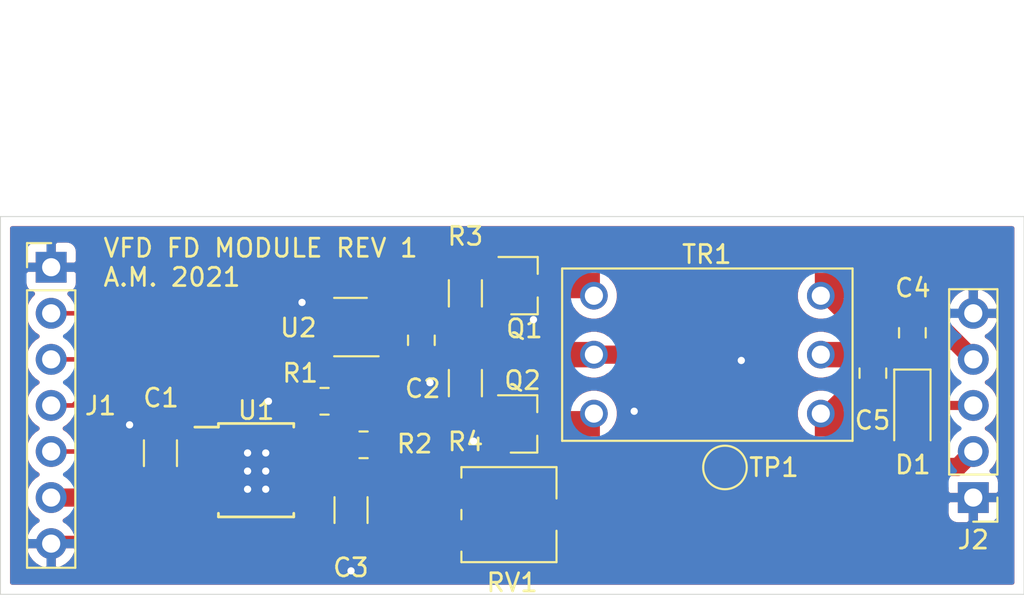
<source format=kicad_pcb>
(kicad_pcb (version 20171130) (host pcbnew "(5.1.7)-1")

  (general
    (thickness 1.6)
    (drawings 9)
    (tracks 133)
    (zones 0)
    (modules 19)
    (nets 20)
  )

  (page A4)
  (layers
    (0 F.Cu signal)
    (31 B.Cu signal hide)
    (32 B.Adhes user)
    (33 F.Adhes user)
    (34 B.Paste user)
    (35 F.Paste user)
    (36 B.SilkS user)
    (37 F.SilkS user)
    (38 B.Mask user)
    (39 F.Mask user)
    (40 Dwgs.User user)
    (41 Cmts.User user)
    (42 Eco1.User user)
    (43 Eco2.User user)
    (44 Edge.Cuts user)
    (45 Margin user)
    (46 B.CrtYd user)
    (47 F.CrtYd user)
    (48 B.Fab user)
    (49 F.Fab user hide)
  )

  (setup
    (last_trace_width 0.25)
    (trace_clearance 0.2)
    (zone_clearance 0.5)
    (zone_45_only no)
    (trace_min 0.2)
    (via_size 0.8)
    (via_drill 0.4)
    (via_min_size 0.4)
    (via_min_drill 0.3)
    (uvia_size 0.3)
    (uvia_drill 0.1)
    (uvias_allowed no)
    (uvia_min_size 0.2)
    (uvia_min_drill 0.1)
    (edge_width 0.05)
    (segment_width 0.2)
    (pcb_text_width 0.3)
    (pcb_text_size 1.5 1.5)
    (mod_edge_width 0.12)
    (mod_text_size 1 1)
    (mod_text_width 0.15)
    (pad_size 1.524 1.524)
    (pad_drill 0.762)
    (pad_to_mask_clearance 0)
    (aux_axis_origin 0 0)
    (visible_elements 7FFFFFFF)
    (pcbplotparams
      (layerselection 0x010fc_ffffffff)
      (usegerberextensions false)
      (usegerberattributes true)
      (usegerberadvancedattributes true)
      (creategerberjobfile true)
      (excludeedgelayer true)
      (linewidth 0.100000)
      (plotframeref false)
      (viasonmask false)
      (mode 1)
      (useauxorigin false)
      (hpglpennumber 1)
      (hpglpenspeed 20)
      (hpglpendiameter 15.000000)
      (psnegative false)
      (psa4output false)
      (plotreference true)
      (plotvalue true)
      (plotinvisibletext false)
      (padsonsilk false)
      (subtractmaskfromsilk false)
      (outputformat 1)
      (mirror false)
      (drillshape 1)
      (scaleselection 1)
      (outputdirectory ""))
  )

  (net 0 "")
  (net 1 V_IN)
  (net 2 GND)
  (net 3 Filament_Out_A)
  (net 4 Filament_Bias)
  (net 5 Filament_Out_B)
  (net 6 Reg_Adj)
  (net 7 Reg_Enable)
  (net 8 Invert_Enable)
  (net 9 "Net-(Q1-Pad1)")
  (net 10 "Net-(Q2-Pad3)")
  (net 11 "Net-(Q2-Pad1)")
  (net 12 "Net-(R2-Pad1)")
  (net 13 "Net-(U1-Pad5)")
  (net 14 "Net-(U1-Pad4)")
  (net 15 "Net-(U1-Pad1)")
  (net 16 "Net-(U2-Pad6)")
  (net 17 "Net-(Q1-Pad3)")
  (net 18 V_Filament_DC)
  (net 19 "Net-(C4-Pad1)")

  (net_class Default "This is the default net class."
    (clearance 0.2)
    (trace_width 0.25)
    (via_dia 0.8)
    (via_drill 0.4)
    (uvia_dia 0.3)
    (uvia_drill 0.1)
    (add_net GND)
    (add_net Invert_Enable)
    (add_net "Net-(C4-Pad1)")
    (add_net "Net-(R2-Pad1)")
    (add_net "Net-(U1-Pad1)")
    (add_net "Net-(U1-Pad4)")
    (add_net "Net-(U1-Pad5)")
    (add_net "Net-(U2-Pad6)")
    (add_net Reg_Adj)
    (add_net Reg_Enable)
  )

  (net_class "FET Drive" ""
    (clearance 0.2)
    (trace_width 0.35)
    (via_dia 0.8)
    (via_drill 0.4)
    (uvia_dia 0.3)
    (uvia_drill 0.1)
    (add_net "Net-(Q1-Pad1)")
    (add_net "Net-(Q1-Pad3)")
    (add_net "Net-(Q2-Pad1)")
    (add_net "Net-(Q2-Pad3)")
  )

  (net_class Filament ""
    (clearance 0.2)
    (trace_width 1)
    (via_dia 0.8)
    (via_drill 0.4)
    (uvia_dia 0.3)
    (uvia_drill 0.1)
    (add_net Filament_Bias)
    (add_net Filament_Out_A)
    (add_net Filament_Out_B)
    (add_net V_Filament_DC)
    (add_net V_IN)
  )

  (module Diode_SMD:D_SOD-123 (layer F.Cu) (tedit 58645DC7) (tstamp 6045EB5C)
    (at 179.525 81.55 270)
    (descr SOD-123)
    (tags SOD-123)
    (path /611607AD)
    (attr smd)
    (fp_text reference D1 (at 3 -0.025 180) (layer F.SilkS)
      (effects (font (size 1 1) (thickness 0.15)))
    )
    (fp_text value D_Zener (at 0 2.1 90) (layer F.Fab)
      (effects (font (size 1 1) (thickness 0.15)))
    )
    (fp_text user %R (at 0 -2 90) (layer F.Fab)
      (effects (font (size 1 1) (thickness 0.15)))
    )
    (fp_line (start -2.25 -1) (end -2.25 1) (layer F.SilkS) (width 0.12))
    (fp_line (start 0.25 0) (end 0.75 0) (layer F.Fab) (width 0.1))
    (fp_line (start 0.25 0.4) (end -0.35 0) (layer F.Fab) (width 0.1))
    (fp_line (start 0.25 -0.4) (end 0.25 0.4) (layer F.Fab) (width 0.1))
    (fp_line (start -0.35 0) (end 0.25 -0.4) (layer F.Fab) (width 0.1))
    (fp_line (start -0.35 0) (end -0.35 0.55) (layer F.Fab) (width 0.1))
    (fp_line (start -0.35 0) (end -0.35 -0.55) (layer F.Fab) (width 0.1))
    (fp_line (start -0.75 0) (end -0.35 0) (layer F.Fab) (width 0.1))
    (fp_line (start -1.4 0.9) (end -1.4 -0.9) (layer F.Fab) (width 0.1))
    (fp_line (start 1.4 0.9) (end -1.4 0.9) (layer F.Fab) (width 0.1))
    (fp_line (start 1.4 -0.9) (end 1.4 0.9) (layer F.Fab) (width 0.1))
    (fp_line (start -1.4 -0.9) (end 1.4 -0.9) (layer F.Fab) (width 0.1))
    (fp_line (start -2.35 -1.15) (end 2.35 -1.15) (layer F.CrtYd) (width 0.05))
    (fp_line (start 2.35 -1.15) (end 2.35 1.15) (layer F.CrtYd) (width 0.05))
    (fp_line (start 2.35 1.15) (end -2.35 1.15) (layer F.CrtYd) (width 0.05))
    (fp_line (start -2.35 -1.15) (end -2.35 1.15) (layer F.CrtYd) (width 0.05))
    (fp_line (start -2.25 1) (end 1.65 1) (layer F.SilkS) (width 0.12))
    (fp_line (start -2.25 -1) (end 1.65 -1) (layer F.SilkS) (width 0.12))
    (pad 2 smd rect (at 1.65 0 270) (size 0.9 1.2) (layers F.Cu F.Paste F.Mask)
      (net 4 Filament_Bias))
    (pad 1 smd rect (at -1.65 0 270) (size 0.9 1.2) (layers F.Cu F.Paste F.Mask)
      (net 19 "Net-(C4-Pad1)"))
    (model ${KISYS3DMOD}/Diode_SMD.3dshapes/D_SOD-123.wrl
      (at (xyz 0 0 0))
      (scale (xyz 1 1 1))
      (rotate (xyz 0 0 0))
    )
  )

  (module conn_sws:HV_Supply_Transformer_FerroXCube-Wuerth (layer F.Cu) (tedit 6045B348) (tstamp 602F34EB)
    (at 168.23 78.48)
    (path /602F45A5)
    (fp_text reference TR1 (at -0.03 -5.53) (layer F.SilkS)
      (effects (font (size 1 1) (thickness 0.15)))
    )
    (fp_text value Wuerth_750316031 (at 0 -9) (layer F.Fab)
      (effects (font (size 1 1) (thickness 0.15)))
    )
    (fp_line (start -8 -4.75) (end 8 -4.75) (layer F.SilkS) (width 0.12))
    (fp_line (start 8 -4.75) (end 8 4.75) (layer F.SilkS) (width 0.12))
    (fp_line (start 8 4.75) (end -8 4.75) (layer F.SilkS) (width 0.12))
    (fp_line (start -8 4.75) (end -8 -4.75) (layer F.SilkS) (width 0.12))
    (pad 4 smd rect (at 6.87 3.81) (size 1.9 1.4) (layers F.Cu F.Paste F.Mask)
      (net 5 Filament_Out_B))
    (pad 5 smd rect (at 6.87 0) (size 1.9 1.4) (layers F.Cu F.Paste F.Mask)
      (net 19 "Net-(C4-Pad1)"))
    (pad 6 smd rect (at 6.87 -3.81) (size 1.9 1.4) (layers F.Cu F.Paste F.Mask)
      (net 3 Filament_Out_A))
    (pad 3 smd rect (at -6.87 3.81) (size 1.9 1.4) (layers F.Cu F.Paste F.Mask)
      (net 10 "Net-(Q2-Pad3)"))
    (pad 2 smd rect (at -6.87 0) (size 1.9 1.4) (layers F.Cu F.Paste F.Mask)
      (net 18 V_Filament_DC))
    (pad 1 smd rect (at -6.87 -3.81) (size 1.9 1.4) (layers F.Cu F.Paste F.Mask)
      (net 17 "Net-(Q1-Pad3)"))
    (pad 6 thru_hole circle (at 6.25 -3.25) (size 1.524 1.524) (drill 1) (layers *.Cu *.Mask)
      (net 3 Filament_Out_A))
    (pad 5 thru_hole circle (at 6.25 0) (size 1.524 1.524) (drill 1) (layers *.Cu *.Mask)
      (net 19 "Net-(C4-Pad1)"))
    (pad 4 thru_hole circle (at 6.25 3.25) (size 1.524 1.524) (drill 1) (layers *.Cu *.Mask)
      (net 5 Filament_Out_B))
    (pad 1 thru_hole circle (at -6.25 -3.25) (size 1.524 1.524) (drill 1) (layers *.Cu *.Mask)
      (net 17 "Net-(Q1-Pad3)"))
    (pad 2 thru_hole circle (at -6.25 0) (size 1.524 1.524) (drill 1) (layers *.Cu *.Mask)
      (net 18 V_Filament_DC))
    (pad 3 thru_hole circle (at -6.25 3.25) (size 1.524 1.524) (drill 1) (layers *.Cu *.Mask)
      (net 10 "Net-(Q2-Pad3)"))
  )

  (module Connector_PinHeader_2.54mm:PinHeader_1x05_P2.54mm_Vertical (layer F.Cu) (tedit 59FED5CC) (tstamp 602F384A)
    (at 182.88 86.36 180)
    (descr "Through hole straight pin header, 1x05, 2.54mm pitch, single row")
    (tags "Through hole pin header THT 1x05 2.54mm single row")
    (path /6031D260)
    (fp_text reference J2 (at 0 -2.33) (layer F.SilkS)
      (effects (font (size 1 1) (thickness 0.15)))
    )
    (fp_text value Conn_01x05_Male (at 0 12.49) (layer F.Fab)
      (effects (font (size 1 1) (thickness 0.15)))
    )
    (fp_line (start 1.8 -1.8) (end -1.8 -1.8) (layer F.CrtYd) (width 0.05))
    (fp_line (start 1.8 11.95) (end 1.8 -1.8) (layer F.CrtYd) (width 0.05))
    (fp_line (start -1.8 11.95) (end 1.8 11.95) (layer F.CrtYd) (width 0.05))
    (fp_line (start -1.8 -1.8) (end -1.8 11.95) (layer F.CrtYd) (width 0.05))
    (fp_line (start -1.33 -1.33) (end 0 -1.33) (layer F.SilkS) (width 0.12))
    (fp_line (start -1.33 0) (end -1.33 -1.33) (layer F.SilkS) (width 0.12))
    (fp_line (start -1.33 1.27) (end 1.33 1.27) (layer F.SilkS) (width 0.12))
    (fp_line (start 1.33 1.27) (end 1.33 11.49) (layer F.SilkS) (width 0.12))
    (fp_line (start -1.33 1.27) (end -1.33 11.49) (layer F.SilkS) (width 0.12))
    (fp_line (start -1.33 11.49) (end 1.33 11.49) (layer F.SilkS) (width 0.12))
    (fp_line (start -1.27 -0.635) (end -0.635 -1.27) (layer F.Fab) (width 0.1))
    (fp_line (start -1.27 11.43) (end -1.27 -0.635) (layer F.Fab) (width 0.1))
    (fp_line (start 1.27 11.43) (end -1.27 11.43) (layer F.Fab) (width 0.1))
    (fp_line (start 1.27 -1.27) (end 1.27 11.43) (layer F.Fab) (width 0.1))
    (fp_line (start -0.635 -1.27) (end 1.27 -1.27) (layer F.Fab) (width 0.1))
    (fp_text user %R (at 0 5.08 90) (layer F.Fab)
      (effects (font (size 1 1) (thickness 0.15)))
    )
    (pad 5 thru_hole oval (at 0 10.16 180) (size 1.7 1.7) (drill 1) (layers *.Cu *.Mask)
      (net 2 GND))
    (pad 4 thru_hole oval (at 0 7.62 180) (size 1.7 1.7) (drill 1) (layers *.Cu *.Mask)
      (net 3 Filament_Out_A))
    (pad 3 thru_hole oval (at 0 5.08 180) (size 1.7 1.7) (drill 1) (layers *.Cu *.Mask)
      (net 4 Filament_Bias))
    (pad 2 thru_hole oval (at 0 2.54 180) (size 1.7 1.7) (drill 1) (layers *.Cu *.Mask)
      (net 5 Filament_Out_B))
    (pad 1 thru_hole rect (at 0 0 180) (size 1.7 1.7) (drill 1) (layers *.Cu *.Mask)
      (net 2 GND))
    (model ${KISYS3DMOD}/Connector_PinHeader_2.54mm.3dshapes/PinHeader_1x05_P2.54mm_Vertical.wrl
      (at (xyz 0 0 0))
      (scale (xyz 1 1 1))
      (rotate (xyz 0 0 0))
    )
  )

  (module Resistor_SMD:R_1206_3216Metric_Pad1.30x1.75mm_HandSolder (layer F.Cu) (tedit 5F68FEEE) (tstamp 6045D591)
    (at 154.9 75.1 90)
    (descr "Resistor SMD 1206 (3216 Metric), square (rectangular) end terminal, IPC_7351 nominal with elongated pad for handsoldering. (Body size source: IPC-SM-782 page 72, https://www.pcb-3d.com/wordpress/wp-content/uploads/ipc-sm-782a_amendment_1_and_2.pdf), generated with kicad-footprint-generator")
    (tags "resistor handsolder")
    (path /60307AEB)
    (attr smd)
    (fp_text reference R3 (at 3.15 0 180) (layer F.SilkS)
      (effects (font (size 1 1) (thickness 0.15)))
    )
    (fp_text value 4.7k (at 0 1.82 90) (layer F.Fab)
      (effects (font (size 1 1) (thickness 0.15)))
    )
    (fp_line (start 2.45 1.12) (end -2.45 1.12) (layer F.CrtYd) (width 0.05))
    (fp_line (start 2.45 -1.12) (end 2.45 1.12) (layer F.CrtYd) (width 0.05))
    (fp_line (start -2.45 -1.12) (end 2.45 -1.12) (layer F.CrtYd) (width 0.05))
    (fp_line (start -2.45 1.12) (end -2.45 -1.12) (layer F.CrtYd) (width 0.05))
    (fp_line (start -0.727064 0.91) (end 0.727064 0.91) (layer F.SilkS) (width 0.12))
    (fp_line (start -0.727064 -0.91) (end 0.727064 -0.91) (layer F.SilkS) (width 0.12))
    (fp_line (start 1.6 0.8) (end -1.6 0.8) (layer F.Fab) (width 0.1))
    (fp_line (start 1.6 -0.8) (end 1.6 0.8) (layer F.Fab) (width 0.1))
    (fp_line (start -1.6 -0.8) (end 1.6 -0.8) (layer F.Fab) (width 0.1))
    (fp_line (start -1.6 0.8) (end -1.6 -0.8) (layer F.Fab) (width 0.1))
    (fp_text user %R (at 0 0 90) (layer F.Fab)
      (effects (font (size 0.8 0.8) (thickness 0.12)))
    )
    (pad 2 smd roundrect (at 1.55 0 90) (size 1.3 1.75) (layers F.Cu F.Paste F.Mask) (roundrect_rratio 0.192308)
      (net 9 "Net-(Q1-Pad1)"))
    (pad 1 smd roundrect (at -1.55 0 90) (size 1.3 1.75) (layers F.Cu F.Paste F.Mask) (roundrect_rratio 0.192308)
      (net 18 V_Filament_DC))
    (model ${KISYS3DMOD}/Resistor_SMD.3dshapes/R_1206_3216Metric.wrl
      (at (xyz 0 0 0))
      (scale (xyz 1 1 1))
      (rotate (xyz 0 0 0))
    )
  )

  (module Package_TO_SOT_SMD:SOT-23-6 (layer F.Cu) (tedit 5A02FF57) (tstamp 6045D557)
    (at 148.57 76.96 180)
    (descr "6-pin SOT-23 package")
    (tags SOT-23-6)
    (path /602F1EA8)
    (attr smd)
    (fp_text reference U2 (at 2.87 -0.04) (layer F.SilkS)
      (effects (font (size 1 1) (thickness 0.15)))
    )
    (fp_text value SN6505ADBV (at 0 2.9) (layer F.Fab)
      (effects (font (size 1 1) (thickness 0.15)))
    )
    (fp_line (start 0.9 -1.55) (end 0.9 1.55) (layer F.Fab) (width 0.1))
    (fp_line (start 0.9 1.55) (end -0.9 1.55) (layer F.Fab) (width 0.1))
    (fp_line (start -0.9 -0.9) (end -0.9 1.55) (layer F.Fab) (width 0.1))
    (fp_line (start 0.9 -1.55) (end -0.25 -1.55) (layer F.Fab) (width 0.1))
    (fp_line (start -0.9 -0.9) (end -0.25 -1.55) (layer F.Fab) (width 0.1))
    (fp_line (start -1.9 -1.8) (end -1.9 1.8) (layer F.CrtYd) (width 0.05))
    (fp_line (start -1.9 1.8) (end 1.9 1.8) (layer F.CrtYd) (width 0.05))
    (fp_line (start 1.9 1.8) (end 1.9 -1.8) (layer F.CrtYd) (width 0.05))
    (fp_line (start 1.9 -1.8) (end -1.9 -1.8) (layer F.CrtYd) (width 0.05))
    (fp_line (start 0.9 -1.61) (end -1.55 -1.61) (layer F.SilkS) (width 0.12))
    (fp_line (start -0.9 1.61) (end 0.9 1.61) (layer F.SilkS) (width 0.12))
    (fp_text user %R (at 0 0 90) (layer F.Fab)
      (effects (font (size 0.5 0.5) (thickness 0.075)))
    )
    (pad 5 smd rect (at 1.1 0 180) (size 1.06 0.65) (layers F.Cu F.Paste F.Mask)
      (net 8 Invert_Enable))
    (pad 6 smd rect (at 1.1 -0.95 180) (size 1.06 0.65) (layers F.Cu F.Paste F.Mask)
      (net 16 "Net-(U2-Pad6)"))
    (pad 4 smd rect (at 1.1 0.95 180) (size 1.06 0.65) (layers F.Cu F.Paste F.Mask)
      (net 2 GND))
    (pad 3 smd rect (at -1.1 0.95 180) (size 1.06 0.65) (layers F.Cu F.Paste F.Mask)
      (net 9 "Net-(Q1-Pad1)"))
    (pad 2 smd rect (at -1.1 0 180) (size 1.06 0.65) (layers F.Cu F.Paste F.Mask)
      (net 18 V_Filament_DC))
    (pad 1 smd rect (at -1.1 -0.95 180) (size 1.06 0.65) (layers F.Cu F.Paste F.Mask)
      (net 11 "Net-(Q2-Pad1)"))
    (model ${KISYS3DMOD}/Package_TO_SOT_SMD.3dshapes/SOT-23-6.wrl
      (at (xyz 0 0 0))
      (scale (xyz 1 1 1))
      (rotate (xyz 0 0 0))
    )
  )

  (module Package_SO:TI_SO-PowerPAD-8 (layer F.Cu) (tedit 5A02F2D3) (tstamp 602F7C68)
    (at 143.37 84.85)
    (descr "8-Lead Plastic PSOP, Exposed Die Pad (TI DDA0008B, see http://www.ti.com/lit/ds/symlink/lm3404.pdf)")
    (tags "SSOP 0.50 exposed pad")
    (path /602F0E81)
    (attr smd)
    (fp_text reference U1 (at 0 -3.3) (layer F.SilkS)
      (effects (font (size 1 1) (thickness 0.15)))
    )
    (fp_text value TPS7A7001DDA (at 0 3.4) (layer F.Fab)
      (effects (font (size 1 1) (thickness 0.15)))
    )
    (fp_line (start -2.075 -2.375) (end -3.375 -2.375) (layer F.SilkS) (width 0.15))
    (fp_line (start -2.075 2.575) (end 2.075 2.575) (layer F.SilkS) (width 0.15))
    (fp_line (start -2.075 -2.575) (end 2.075 -2.575) (layer F.SilkS) (width 0.15))
    (fp_line (start -2.075 2.575) (end -2.075 2.375) (layer F.SilkS) (width 0.15))
    (fp_line (start 2.075 2.575) (end 2.075 2.375) (layer F.SilkS) (width 0.15))
    (fp_line (start 2.075 -2.575) (end 2.075 -2.375) (layer F.SilkS) (width 0.15))
    (fp_line (start -2.075 -2.575) (end -2.075 -2.375) (layer F.SilkS) (width 0.15))
    (fp_line (start -4 2.7) (end 4 2.7) (layer F.CrtYd) (width 0.05))
    (fp_line (start -4 -2.7) (end 4 -2.7) (layer F.CrtYd) (width 0.05))
    (fp_line (start 4 -2.7) (end 4 2.7) (layer F.CrtYd) (width 0.05))
    (fp_line (start -4 -2.7) (end -4 2.7) (layer F.CrtYd) (width 0.05))
    (fp_line (start -1.95 -1.45) (end -0.95 -2.45) (layer F.Fab) (width 0.15))
    (fp_line (start -1.95 2.45) (end -1.95 -1.45) (layer F.Fab) (width 0.15))
    (fp_line (start 1.95 2.45) (end -1.95 2.45) (layer F.Fab) (width 0.15))
    (fp_line (start 1.95 -2.45) (end 1.95 2.45) (layer F.Fab) (width 0.15))
    (fp_line (start -0.95 -2.45) (end 1.95 -2.45) (layer F.Fab) (width 0.15))
    (fp_text user %R (at 0 0) (layer F.Fab)
      (effects (font (size 1 1) (thickness 0.15)))
    )
    (pad 9 smd rect (at -0.6025 -0.775) (size 1.205 1.55) (layers F.Cu F.Paste F.Mask)
      (net 2 GND) (solder_paste_margin_ratio -0.2))
    (pad 9 smd rect (at -0.6025 0.775) (size 1.205 1.55) (layers F.Cu F.Paste F.Mask)
      (net 2 GND) (solder_paste_margin_ratio -0.2))
    (pad 9 smd rect (at 0.6025 -0.775) (size 1.205 1.55) (layers F.Cu F.Paste F.Mask)
      (net 2 GND) (solder_paste_margin_ratio -0.2))
    (pad 9 smd rect (at 0.6025 0.775) (size 1.205 1.55) (layers F.Cu F.Paste F.Mask)
      (net 2 GND) (solder_paste_margin_ratio -0.2))
    (pad 8 smd rect (at 2.78 -1.905) (size 1.91 0.61) (layers F.Cu F.Paste F.Mask)
      (net 2 GND))
    (pad 7 smd rect (at 2.78 -0.635) (size 1.91 0.61) (layers F.Cu F.Paste F.Mask)
      (net 6 Reg_Adj))
    (pad 6 smd rect (at 2.78 0.635) (size 1.91 0.61) (layers F.Cu F.Paste F.Mask)
      (net 18 V_Filament_DC))
    (pad 5 smd rect (at 2.78 1.905) (size 1.91 0.61) (layers F.Cu F.Paste F.Mask)
      (net 13 "Net-(U1-Pad5)"))
    (pad 4 smd rect (at -2.78 1.905) (size 1.91 0.61) (layers F.Cu F.Paste F.Mask)
      (net 14 "Net-(U1-Pad4)"))
    (pad 3 smd rect (at -2.78 0.635) (size 1.91 0.61) (layers F.Cu F.Paste F.Mask)
      (net 1 V_IN))
    (pad 2 smd rect (at -2.78 -0.635) (size 1.91 0.61) (layers F.Cu F.Paste F.Mask)
      (net 7 Reg_Enable))
    (pad 1 smd rect (at -2.78 -1.905) (size 1.91 0.61) (layers F.Cu F.Paste F.Mask)
      (net 15 "Net-(U1-Pad1)"))
    (model ${KISYS3DMOD}/Package_SO.3dshapes/TI_SO-PowerPAD-8.wrl
      (at (xyz 0 0 0))
      (scale (xyz 1 1 1))
      (rotate (xyz 0 0 0))
    )
  )

  (module TestPoint:TestPoint_Pad_D2.0mm (layer F.Cu) (tedit 5A0F774F) (tstamp 6045F718)
    (at 169.2 84.7)
    (descr "SMD pad as test Point, diameter 2.0mm")
    (tags "test point SMD pad")
    (path /60328A68)
    (attr virtual)
    (fp_text reference TP1 (at 2.7 0) (layer F.SilkS)
      (effects (font (size 1 1) (thickness 0.15)))
    )
    (fp_text value TestPoint (at 0 2.05) (layer F.Fab)
      (effects (font (size 1 1) (thickness 0.15)))
    )
    (fp_circle (center 0 0) (end 0 1.2) (layer F.SilkS) (width 0.12))
    (fp_circle (center 0 0) (end 1.5 0) (layer F.CrtYd) (width 0.05))
    (fp_text user %R (at 0 -2) (layer F.Fab)
      (effects (font (size 1 1) (thickness 0.15)))
    )
    (pad 1 smd circle (at 0 0) (size 2 2) (layers F.Cu F.Mask)
      (net 18 V_Filament_DC))
  )

  (module Potentiometer_SMD:Potentiometer_Vishay_TS53YL_Vertical (layer F.Cu) (tedit 5A3D7171) (tstamp 602F34C9)
    (at 157.3 87.3 180)
    (descr "Potentiometer, vertical, Vishay TS53YL, https://www.vishay.com/docs/51008/ts53.pdf")
    (tags "Potentiometer vertical Vishay TS53YL")
    (path /6032C558)
    (attr smd)
    (fp_text reference RV1 (at -0.175 -3.75) (layer F.SilkS)
      (effects (font (size 1 1) (thickness 0.15)))
    )
    (fp_text value 100k (at -0.175 3.75) (layer F.Fab)
      (effects (font (size 1 1) (thickness 0.15)))
    )
    (fp_line (start 3.65 -2.75) (end -4 -2.75) (layer F.CrtYd) (width 0.05))
    (fp_line (start 3.65 2.75) (end 3.65 -2.75) (layer F.CrtYd) (width 0.05))
    (fp_line (start -4 2.75) (end 3.65 2.75) (layer F.CrtYd) (width 0.05))
    (fp_line (start -4 -2.75) (end -4 2.75) (layer F.CrtYd) (width 0.05))
    (fp_line (start 2.62 2.04) (end 2.62 2.62) (layer F.SilkS) (width 0.12))
    (fp_line (start 2.62 -0.26) (end 2.62 0.26) (layer F.SilkS) (width 0.12))
    (fp_line (start 2.62 -2.62) (end 2.62 -2.039) (layer F.SilkS) (width 0.12))
    (fp_line (start -2.62 0.89) (end -2.62 2.62) (layer F.SilkS) (width 0.12))
    (fp_line (start -2.62 -2.62) (end -2.62 -0.89) (layer F.SilkS) (width 0.12))
    (fp_line (start -2.62 2.62) (end 2.62 2.62) (layer F.SilkS) (width 0.12))
    (fp_line (start -2.62 -2.62) (end 2.62 -2.62) (layer F.SilkS) (width 0.12))
    (fp_line (start -0.92 0.058) (end -0.92 -0.058) (layer F.Fab) (width 0.1))
    (fp_line (start -0.058 0.058) (end -0.92 0.058) (layer F.Fab) (width 0.1))
    (fp_line (start -0.058 0.92) (end -0.058 0.058) (layer F.Fab) (width 0.1))
    (fp_line (start 0.058 0.92) (end -0.058 0.92) (layer F.Fab) (width 0.1))
    (fp_line (start 0.058 0.058) (end 0.058 0.92) (layer F.Fab) (width 0.1))
    (fp_line (start 0.92 0.058) (end 0.058 0.058) (layer F.Fab) (width 0.1))
    (fp_line (start 0.92 -0.058) (end 0.92 0.058) (layer F.Fab) (width 0.1))
    (fp_line (start 0.058 -0.058) (end 0.92 -0.058) (layer F.Fab) (width 0.1))
    (fp_line (start 0.058 -0.92) (end 0.058 -0.058) (layer F.Fab) (width 0.1))
    (fp_line (start -0.058 -0.92) (end 0.058 -0.92) (layer F.Fab) (width 0.1))
    (fp_line (start -0.058 -0.058) (end -0.058 -0.92) (layer F.Fab) (width 0.1))
    (fp_line (start -0.92 -0.058) (end -0.058 -0.058) (layer F.Fab) (width 0.1))
    (fp_line (start 2.5 -2.5) (end -2.5 -2.5) (layer F.Fab) (width 0.1))
    (fp_line (start 2.5 2.5) (end 2.5 -2.5) (layer F.Fab) (width 0.1))
    (fp_line (start -2.5 2.5) (end 2.5 2.5) (layer F.Fab) (width 0.1))
    (fp_line (start -2.5 -2.5) (end -2.5 2.5) (layer F.Fab) (width 0.1))
    (fp_circle (center 0 0) (end 1.15 0) (layer F.Fab) (width 0.1))
    (fp_text user %R (at 0 -2) (layer F.Fab)
      (effects (font (size 0.68 0.68) (thickness 0.15)))
    )
    (pad 3 smd rect (at 2.75 1.15 180) (size 1.3 1.3) (layers F.Cu F.Paste F.Mask)
      (net 12 "Net-(R2-Pad1)"))
    (pad 2 smd rect (at -2.75 0 180) (size 2 1.3) (layers F.Cu F.Paste F.Mask)
      (net 18 V_Filament_DC))
    (pad 1 smd rect (at 2.75 -1.15 180) (size 1.3 1.3) (layers F.Cu F.Paste F.Mask)
      (net 18 V_Filament_DC))
    (model ${KISYS3DMOD}/Potentiometer_SMD.3dshapes/Potentiometer_Vishay_TS53YL_Vertical.wrl
      (at (xyz 0 0 0))
      (scale (xyz 1 1 1))
      (rotate (xyz 0 0 0))
    )
  )

  (module Resistor_SMD:R_1206_3216Metric_Pad1.30x1.75mm_HandSolder (layer F.Cu) (tedit 5F68FEEE) (tstamp 6045D5C1)
    (at 154.9 80.05 90)
    (descr "Resistor SMD 1206 (3216 Metric), square (rectangular) end terminal, IPC_7351 nominal with elongated pad for handsoldering. (Body size source: IPC-SM-782 page 72, https://www.pcb-3d.com/wordpress/wp-content/uploads/ipc-sm-782a_amendment_1_and_2.pdf), generated with kicad-footprint-generator")
    (tags "resistor handsolder")
    (path /60308489)
    (attr smd)
    (fp_text reference R4 (at -3.23 0.01 180) (layer F.SilkS)
      (effects (font (size 1 1) (thickness 0.15)))
    )
    (fp_text value 4.7k (at 0 1.82 90) (layer F.Fab)
      (effects (font (size 1 1) (thickness 0.15)))
    )
    (fp_line (start 2.45 1.12) (end -2.45 1.12) (layer F.CrtYd) (width 0.05))
    (fp_line (start 2.45 -1.12) (end 2.45 1.12) (layer F.CrtYd) (width 0.05))
    (fp_line (start -2.45 -1.12) (end 2.45 -1.12) (layer F.CrtYd) (width 0.05))
    (fp_line (start -2.45 1.12) (end -2.45 -1.12) (layer F.CrtYd) (width 0.05))
    (fp_line (start -0.727064 0.91) (end 0.727064 0.91) (layer F.SilkS) (width 0.12))
    (fp_line (start -0.727064 -0.91) (end 0.727064 -0.91) (layer F.SilkS) (width 0.12))
    (fp_line (start 1.6 0.8) (end -1.6 0.8) (layer F.Fab) (width 0.1))
    (fp_line (start 1.6 -0.8) (end 1.6 0.8) (layer F.Fab) (width 0.1))
    (fp_line (start -1.6 -0.8) (end 1.6 -0.8) (layer F.Fab) (width 0.1))
    (fp_line (start -1.6 0.8) (end -1.6 -0.8) (layer F.Fab) (width 0.1))
    (fp_text user %R (at 0 0 90) (layer F.Fab)
      (effects (font (size 0.8 0.8) (thickness 0.12)))
    )
    (pad 2 smd roundrect (at 1.55 0 90) (size 1.3 1.75) (layers F.Cu F.Paste F.Mask) (roundrect_rratio 0.192308)
      (net 18 V_Filament_DC))
    (pad 1 smd roundrect (at -1.55 0 90) (size 1.3 1.75) (layers F.Cu F.Paste F.Mask) (roundrect_rratio 0.192308)
      (net 11 "Net-(Q2-Pad1)"))
    (model ${KISYS3DMOD}/Resistor_SMD.3dshapes/R_1206_3216Metric.wrl
      (at (xyz 0 0 0))
      (scale (xyz 1 1 1))
      (rotate (xyz 0 0 0))
    )
  )

  (module Resistor_SMD:R_0805_2012Metric_Pad1.20x1.40mm_HandSolder (layer F.Cu) (tedit 5F68FEEE) (tstamp 602F7CB8)
    (at 149.29 83.45 180)
    (descr "Resistor SMD 0805 (2012 Metric), square (rectangular) end terminal, IPC_7351 nominal with elongated pad for handsoldering. (Body size source: IPC-SM-782 page 72, https://www.pcb-3d.com/wordpress/wp-content/uploads/ipc-sm-782a_amendment_1_and_2.pdf), generated with kicad-footprint-generator")
    (tags "resistor handsolder")
    (path /60329227)
    (attr smd)
    (fp_text reference R2 (at -2.81 0.05) (layer F.SilkS)
      (effects (font (size 1 1) (thickness 0.15)))
    )
    (fp_text value 180k (at 0 1.65) (layer F.Fab)
      (effects (font (size 1 1) (thickness 0.15)))
    )
    (fp_line (start 1.85 0.95) (end -1.85 0.95) (layer F.CrtYd) (width 0.05))
    (fp_line (start 1.85 -0.95) (end 1.85 0.95) (layer F.CrtYd) (width 0.05))
    (fp_line (start -1.85 -0.95) (end 1.85 -0.95) (layer F.CrtYd) (width 0.05))
    (fp_line (start -1.85 0.95) (end -1.85 -0.95) (layer F.CrtYd) (width 0.05))
    (fp_line (start -0.227064 0.735) (end 0.227064 0.735) (layer F.SilkS) (width 0.12))
    (fp_line (start -0.227064 -0.735) (end 0.227064 -0.735) (layer F.SilkS) (width 0.12))
    (fp_line (start 1 0.625) (end -1 0.625) (layer F.Fab) (width 0.1))
    (fp_line (start 1 -0.625) (end 1 0.625) (layer F.Fab) (width 0.1))
    (fp_line (start -1 -0.625) (end 1 -0.625) (layer F.Fab) (width 0.1))
    (fp_line (start -1 0.625) (end -1 -0.625) (layer F.Fab) (width 0.1))
    (fp_text user %R (at 0 0) (layer F.Fab)
      (effects (font (size 0.5 0.5) (thickness 0.08)))
    )
    (pad 2 smd roundrect (at 1 0 180) (size 1.2 1.4) (layers F.Cu F.Paste F.Mask) (roundrect_rratio 0.208333)
      (net 6 Reg_Adj))
    (pad 1 smd roundrect (at -1 0 180) (size 1.2 1.4) (layers F.Cu F.Paste F.Mask) (roundrect_rratio 0.208333)
      (net 12 "Net-(R2-Pad1)"))
    (model ${KISYS3DMOD}/Resistor_SMD.3dshapes/R_0805_2012Metric.wrl
      (at (xyz 0 0 0))
      (scale (xyz 1 1 1))
      (rotate (xyz 0 0 0))
    )
  )

  (module Resistor_SMD:R_0805_2012Metric_Pad1.20x1.40mm_HandSolder (layer F.Cu) (tedit 5F68FEEE) (tstamp 602F7CE8)
    (at 147.14 81.05 180)
    (descr "Resistor SMD 0805 (2012 Metric), square (rectangular) end terminal, IPC_7351 nominal with elongated pad for handsoldering. (Body size source: IPC-SM-782 page 72, https://www.pcb-3d.com/wordpress/wp-content/uploads/ipc-sm-782a_amendment_1_and_2.pdf), generated with kicad-footprint-generator")
    (tags "resistor handsolder")
    (path /60316119)
    (attr smd)
    (fp_text reference R1 (at 1.34 1.55) (layer F.SilkS)
      (effects (font (size 1 1) (thickness 0.15)))
    )
    (fp_text value 30k (at 0 1.65) (layer F.Fab)
      (effects (font (size 1 1) (thickness 0.15)))
    )
    (fp_line (start 1.85 0.95) (end -1.85 0.95) (layer F.CrtYd) (width 0.05))
    (fp_line (start 1.85 -0.95) (end 1.85 0.95) (layer F.CrtYd) (width 0.05))
    (fp_line (start -1.85 -0.95) (end 1.85 -0.95) (layer F.CrtYd) (width 0.05))
    (fp_line (start -1.85 0.95) (end -1.85 -0.95) (layer F.CrtYd) (width 0.05))
    (fp_line (start -0.227064 0.735) (end 0.227064 0.735) (layer F.SilkS) (width 0.12))
    (fp_line (start -0.227064 -0.735) (end 0.227064 -0.735) (layer F.SilkS) (width 0.12))
    (fp_line (start 1 0.625) (end -1 0.625) (layer F.Fab) (width 0.1))
    (fp_line (start 1 -0.625) (end 1 0.625) (layer F.Fab) (width 0.1))
    (fp_line (start -1 -0.625) (end 1 -0.625) (layer F.Fab) (width 0.1))
    (fp_line (start -1 0.625) (end -1 -0.625) (layer F.Fab) (width 0.1))
    (fp_text user %R (at 0 0) (layer F.Fab)
      (effects (font (size 0.5 0.5) (thickness 0.08)))
    )
    (pad 2 smd roundrect (at 1 0 180) (size 1.2 1.4) (layers F.Cu F.Paste F.Mask) (roundrect_rratio 0.208333)
      (net 2 GND))
    (pad 1 smd roundrect (at -1 0 180) (size 1.2 1.4) (layers F.Cu F.Paste F.Mask) (roundrect_rratio 0.208333)
      (net 6 Reg_Adj))
    (model ${KISYS3DMOD}/Resistor_SMD.3dshapes/R_0805_2012Metric.wrl
      (at (xyz 0 0 0))
      (scale (xyz 1 1 1))
      (rotate (xyz 0 0 0))
    )
  )

  (module Package_TO_SOT_SMD:SOT-23 (layer F.Cu) (tedit 5A02FF57) (tstamp 6045D51A)
    (at 158.1 82.3)
    (descr "SOT-23, Standard")
    (tags SOT-23)
    (path /602F834C)
    (attr smd)
    (fp_text reference Q2 (at -0.05 -2.4) (layer F.SilkS)
      (effects (font (size 1 1) (thickness 0.15)))
    )
    (fp_text value SSM3K329R (at 0 2.5) (layer F.Fab)
      (effects (font (size 1 1) (thickness 0.15)))
    )
    (fp_line (start 0.76 1.58) (end -0.7 1.58) (layer F.SilkS) (width 0.12))
    (fp_line (start 0.76 -1.58) (end -1.4 -1.58) (layer F.SilkS) (width 0.12))
    (fp_line (start -1.7 1.75) (end -1.7 -1.75) (layer F.CrtYd) (width 0.05))
    (fp_line (start 1.7 1.75) (end -1.7 1.75) (layer F.CrtYd) (width 0.05))
    (fp_line (start 1.7 -1.75) (end 1.7 1.75) (layer F.CrtYd) (width 0.05))
    (fp_line (start -1.7 -1.75) (end 1.7 -1.75) (layer F.CrtYd) (width 0.05))
    (fp_line (start 0.76 -1.58) (end 0.76 -0.65) (layer F.SilkS) (width 0.12))
    (fp_line (start 0.76 1.58) (end 0.76 0.65) (layer F.SilkS) (width 0.12))
    (fp_line (start -0.7 1.52) (end 0.7 1.52) (layer F.Fab) (width 0.1))
    (fp_line (start 0.7 -1.52) (end 0.7 1.52) (layer F.Fab) (width 0.1))
    (fp_line (start -0.7 -0.95) (end -0.15 -1.52) (layer F.Fab) (width 0.1))
    (fp_line (start -0.15 -1.52) (end 0.7 -1.52) (layer F.Fab) (width 0.1))
    (fp_line (start -0.7 -0.95) (end -0.7 1.5) (layer F.Fab) (width 0.1))
    (fp_text user %R (at 0 0 90) (layer F.Fab)
      (effects (font (size 0.5 0.5) (thickness 0.075)))
    )
    (pad 3 smd rect (at 1 0) (size 0.9 0.8) (layers F.Cu F.Paste F.Mask)
      (net 10 "Net-(Q2-Pad3)"))
    (pad 2 smd rect (at -1 0.95) (size 0.9 0.8) (layers F.Cu F.Paste F.Mask)
      (net 2 GND))
    (pad 1 smd rect (at -1 -0.95) (size 0.9 0.8) (layers F.Cu F.Paste F.Mask)
      (net 11 "Net-(Q2-Pad1)"))
    (model ${KISYS3DMOD}/Package_TO_SOT_SMD.3dshapes/SOT-23.wrl
      (at (xyz 0 0 0))
      (scale (xyz 1 1 1))
      (rotate (xyz 0 0 0))
    )
  )

  (module Package_TO_SOT_SMD:SOT-23 (layer F.Cu) (tedit 5A02FF57) (tstamp 6045DD36)
    (at 158.125 74.675)
    (descr "SOT-23, Standard")
    (tags SOT-23)
    (path /602F30D5)
    (attr smd)
    (fp_text reference Q1 (at 0.025 2.375) (layer F.SilkS)
      (effects (font (size 1 1) (thickness 0.15)))
    )
    (fp_text value SSM3K329R (at 0 2.5) (layer F.Fab)
      (effects (font (size 1 1) (thickness 0.15)))
    )
    (fp_line (start 0.76 1.58) (end -0.7 1.58) (layer F.SilkS) (width 0.12))
    (fp_line (start 0.76 -1.58) (end -1.4 -1.58) (layer F.SilkS) (width 0.12))
    (fp_line (start -1.7 1.75) (end -1.7 -1.75) (layer F.CrtYd) (width 0.05))
    (fp_line (start 1.7 1.75) (end -1.7 1.75) (layer F.CrtYd) (width 0.05))
    (fp_line (start 1.7 -1.75) (end 1.7 1.75) (layer F.CrtYd) (width 0.05))
    (fp_line (start -1.7 -1.75) (end 1.7 -1.75) (layer F.CrtYd) (width 0.05))
    (fp_line (start 0.76 -1.58) (end 0.76 -0.65) (layer F.SilkS) (width 0.12))
    (fp_line (start 0.76 1.58) (end 0.76 0.65) (layer F.SilkS) (width 0.12))
    (fp_line (start -0.7 1.52) (end 0.7 1.52) (layer F.Fab) (width 0.1))
    (fp_line (start 0.7 -1.52) (end 0.7 1.52) (layer F.Fab) (width 0.1))
    (fp_line (start -0.7 -0.95) (end -0.15 -1.52) (layer F.Fab) (width 0.1))
    (fp_line (start -0.15 -1.52) (end 0.7 -1.52) (layer F.Fab) (width 0.1))
    (fp_line (start -0.7 -0.95) (end -0.7 1.5) (layer F.Fab) (width 0.1))
    (fp_text user %R (at 0 0 90) (layer F.Fab)
      (effects (font (size 0.5 0.5) (thickness 0.075)))
    )
    (pad 3 smd rect (at 1 0) (size 0.9 0.8) (layers F.Cu F.Paste F.Mask)
      (net 17 "Net-(Q1-Pad3)"))
    (pad 2 smd rect (at -1 0.95) (size 0.9 0.8) (layers F.Cu F.Paste F.Mask)
      (net 2 GND))
    (pad 1 smd rect (at -1 -0.95) (size 0.9 0.8) (layers F.Cu F.Paste F.Mask)
      (net 9 "Net-(Q1-Pad1)"))
    (model ${KISYS3DMOD}/Package_TO_SOT_SMD.3dshapes/SOT-23.wrl
      (at (xyz 0 0 0))
      (scale (xyz 1 1 1))
      (rotate (xyz 0 0 0))
    )
  )

  (module Connector_PinHeader_2.54mm:PinHeader_1x07_P2.54mm_Vertical locked (layer F.Cu) (tedit 59FED5CC) (tstamp 602F341E)
    (at 132.08 73.66)
    (descr "Through hole straight pin header, 1x07, 2.54mm pitch, single row")
    (tags "Through hole pin header THT 1x07 2.54mm single row")
    (path /6031BC15)
    (fp_text reference J1 (at 2.72 7.64) (layer F.SilkS)
      (effects (font (size 1 1) (thickness 0.15)))
    )
    (fp_text value Conn_01x07_Male (at 0 17.57) (layer F.Fab)
      (effects (font (size 1 1) (thickness 0.15)))
    )
    (fp_line (start 1.8 -1.8) (end -1.8 -1.8) (layer F.CrtYd) (width 0.05))
    (fp_line (start 1.8 17.05) (end 1.8 -1.8) (layer F.CrtYd) (width 0.05))
    (fp_line (start -1.8 17.05) (end 1.8 17.05) (layer F.CrtYd) (width 0.05))
    (fp_line (start -1.8 -1.8) (end -1.8 17.05) (layer F.CrtYd) (width 0.05))
    (fp_line (start -1.33 -1.33) (end 0 -1.33) (layer F.SilkS) (width 0.12))
    (fp_line (start -1.33 0) (end -1.33 -1.33) (layer F.SilkS) (width 0.12))
    (fp_line (start -1.33 1.27) (end 1.33 1.27) (layer F.SilkS) (width 0.12))
    (fp_line (start 1.33 1.27) (end 1.33 16.57) (layer F.SilkS) (width 0.12))
    (fp_line (start -1.33 1.27) (end -1.33 16.57) (layer F.SilkS) (width 0.12))
    (fp_line (start -1.33 16.57) (end 1.33 16.57) (layer F.SilkS) (width 0.12))
    (fp_line (start -1.27 -0.635) (end -0.635 -1.27) (layer F.Fab) (width 0.1))
    (fp_line (start -1.27 16.51) (end -1.27 -0.635) (layer F.Fab) (width 0.1))
    (fp_line (start 1.27 16.51) (end -1.27 16.51) (layer F.Fab) (width 0.1))
    (fp_line (start 1.27 -1.27) (end 1.27 16.51) (layer F.Fab) (width 0.1))
    (fp_line (start -0.635 -1.27) (end 1.27 -1.27) (layer F.Fab) (width 0.1))
    (fp_text user %R (at 0 7.62 90) (layer F.Fab)
      (effects (font (size 1 1) (thickness 0.15)))
    )
    (pad 7 thru_hole oval (at 0 15.24) (size 1.7 1.7) (drill 1) (layers *.Cu *.Mask)
      (net 2 GND))
    (pad 6 thru_hole oval (at 0 12.7) (size 1.7 1.7) (drill 1) (layers *.Cu *.Mask)
      (net 1 V_IN))
    (pad 5 thru_hole oval (at 0 10.16) (size 1.7 1.7) (drill 1) (layers *.Cu *.Mask)
      (net 7 Reg_Enable))
    (pad 4 thru_hole oval (at 0 7.62) (size 1.7 1.7) (drill 1) (layers *.Cu *.Mask)
      (net 6 Reg_Adj))
    (pad 3 thru_hole oval (at 0 5.08) (size 1.7 1.7) (drill 1) (layers *.Cu *.Mask)
      (net 18 V_Filament_DC))
    (pad 2 thru_hole oval (at 0 2.54) (size 1.7 1.7) (drill 1) (layers *.Cu *.Mask)
      (net 8 Invert_Enable))
    (pad 1 thru_hole rect (at 0 0) (size 1.7 1.7) (drill 1) (layers *.Cu *.Mask)
      (net 2 GND))
    (model ${KISYS3DMOD}/Connector_PinHeader_2.54mm.3dshapes/PinHeader_1x07_P2.54mm_Vertical.wrl
      (at (xyz 0 0 0))
      (scale (xyz 1 1 1))
      (rotate (xyz 0 0 0))
    )
  )

  (module Capacitor_SMD:C_0805_2012Metric_Pad1.18x1.45mm_HandSolder (layer F.Cu) (tedit 5F68FEEF) (tstamp 602F4E6A)
    (at 177.35 79.5 270)
    (descr "Capacitor SMD 0805 (2012 Metric), square (rectangular) end terminal, IPC_7351 nominal with elongated pad for handsoldering. (Body size source: IPC-SM-782 page 76, https://www.pcb-3d.com/wordpress/wp-content/uploads/ipc-sm-782a_amendment_1_and_2.pdf, https://docs.google.com/spreadsheets/d/1BsfQQcO9C6DZCsRaXUlFlo91Tg2WpOkGARC1WS5S8t0/edit?usp=sharing), generated with kicad-footprint-generator")
    (tags "capacitor handsolder")
    (path /6031203E)
    (attr smd)
    (fp_text reference C5 (at 2.6 0.02 180) (layer F.SilkS)
      (effects (font (size 1 1) (thickness 0.15)))
    )
    (fp_text value "100nF X7R" (at 0 1.68 90) (layer F.Fab)
      (effects (font (size 1 1) (thickness 0.15)))
    )
    (fp_line (start 1.88 0.98) (end -1.88 0.98) (layer F.CrtYd) (width 0.05))
    (fp_line (start 1.88 -0.98) (end 1.88 0.98) (layer F.CrtYd) (width 0.05))
    (fp_line (start -1.88 -0.98) (end 1.88 -0.98) (layer F.CrtYd) (width 0.05))
    (fp_line (start -1.88 0.98) (end -1.88 -0.98) (layer F.CrtYd) (width 0.05))
    (fp_line (start -0.261252 0.735) (end 0.261252 0.735) (layer F.SilkS) (width 0.12))
    (fp_line (start -0.261252 -0.735) (end 0.261252 -0.735) (layer F.SilkS) (width 0.12))
    (fp_line (start 1 0.625) (end -1 0.625) (layer F.Fab) (width 0.1))
    (fp_line (start 1 -0.625) (end 1 0.625) (layer F.Fab) (width 0.1))
    (fp_line (start -1 -0.625) (end 1 -0.625) (layer F.Fab) (width 0.1))
    (fp_line (start -1 0.625) (end -1 -0.625) (layer F.Fab) (width 0.1))
    (fp_text user %R (at 0 0 90) (layer F.Fab)
      (effects (font (size 0.5 0.5) (thickness 0.08)))
    )
    (pad 2 smd roundrect (at 1.0375 0 270) (size 1.175 1.45) (layers F.Cu F.Paste F.Mask) (roundrect_rratio 0.212766)
      (net 5 Filament_Out_B))
    (pad 1 smd roundrect (at -1.0375 0 270) (size 1.175 1.45) (layers F.Cu F.Paste F.Mask) (roundrect_rratio 0.212766)
      (net 19 "Net-(C4-Pad1)"))
    (model ${KISYS3DMOD}/Capacitor_SMD.3dshapes/C_0805_2012Metric.wrl
      (at (xyz 0 0 0))
      (scale (xyz 1 1 1))
      (rotate (xyz 0 0 0))
    )
  )

  (module Capacitor_SMD:C_0805_2012Metric_Pad1.18x1.45mm_HandSolder (layer F.Cu) (tedit 5F68FEEF) (tstamp 602F33F2)
    (at 179.525 77.275 90)
    (descr "Capacitor SMD 0805 (2012 Metric), square (rectangular) end terminal, IPC_7351 nominal with elongated pad for handsoldering. (Body size source: IPC-SM-782 page 76, https://www.pcb-3d.com/wordpress/wp-content/uploads/ipc-sm-782a_amendment_1_and_2.pdf, https://docs.google.com/spreadsheets/d/1BsfQQcO9C6DZCsRaXUlFlo91Tg2WpOkGARC1WS5S8t0/edit?usp=sharing), generated with kicad-footprint-generator")
    (tags "capacitor handsolder")
    (path /6031361B)
    (attr smd)
    (fp_text reference C4 (at 2.475 0.025 180) (layer F.SilkS)
      (effects (font (size 1 1) (thickness 0.15)))
    )
    (fp_text value "100nF X7R" (at 0 1.68 90) (layer F.Fab)
      (effects (font (size 1 1) (thickness 0.15)))
    )
    (fp_line (start 1.88 0.98) (end -1.88 0.98) (layer F.CrtYd) (width 0.05))
    (fp_line (start 1.88 -0.98) (end 1.88 0.98) (layer F.CrtYd) (width 0.05))
    (fp_line (start -1.88 -0.98) (end 1.88 -0.98) (layer F.CrtYd) (width 0.05))
    (fp_line (start -1.88 0.98) (end -1.88 -0.98) (layer F.CrtYd) (width 0.05))
    (fp_line (start -0.261252 0.735) (end 0.261252 0.735) (layer F.SilkS) (width 0.12))
    (fp_line (start -0.261252 -0.735) (end 0.261252 -0.735) (layer F.SilkS) (width 0.12))
    (fp_line (start 1 0.625) (end -1 0.625) (layer F.Fab) (width 0.1))
    (fp_line (start 1 -0.625) (end 1 0.625) (layer F.Fab) (width 0.1))
    (fp_line (start -1 -0.625) (end 1 -0.625) (layer F.Fab) (width 0.1))
    (fp_line (start -1 0.625) (end -1 -0.625) (layer F.Fab) (width 0.1))
    (fp_text user %R (at 0 0 90) (layer F.Fab)
      (effects (font (size 0.5 0.5) (thickness 0.08)))
    )
    (pad 2 smd roundrect (at 1.0375 0 90) (size 1.175 1.45) (layers F.Cu F.Paste F.Mask) (roundrect_rratio 0.212766)
      (net 3 Filament_Out_A))
    (pad 1 smd roundrect (at -1.0375 0 90) (size 1.175 1.45) (layers F.Cu F.Paste F.Mask) (roundrect_rratio 0.212766)
      (net 19 "Net-(C4-Pad1)"))
    (model ${KISYS3DMOD}/Capacitor_SMD.3dshapes/C_0805_2012Metric.wrl
      (at (xyz 0 0 0))
      (scale (xyz 1 1 1))
      (rotate (xyz 0 0 0))
    )
  )

  (module Capacitor_SMD:C_1206_3216Metric_Pad1.33x1.80mm_HandSolder (layer F.Cu) (tedit 5F68FEEF) (tstamp 602F7D18)
    (at 148.6 87.05 270)
    (descr "Capacitor SMD 1206 (3216 Metric), square (rectangular) end terminal, IPC_7351 nominal with elongated pad for handsoldering. (Body size source: IPC-SM-782 page 76, https://www.pcb-3d.com/wordpress/wp-content/uploads/ipc-sm-782a_amendment_1_and_2.pdf), generated with kicad-footprint-generator")
    (tags "capacitor handsolder")
    (path /6030664F)
    (attr smd)
    (fp_text reference C3 (at 3.1725 0.01) (layer F.SilkS)
      (effects (font (size 1 1) (thickness 0.15)))
    )
    (fp_text value "10uF X7R" (at 0 1.85 270) (layer F.Fab)
      (effects (font (size 1 1) (thickness 0.15)))
    )
    (fp_line (start 2.48 1.15) (end -2.48 1.15) (layer F.CrtYd) (width 0.05))
    (fp_line (start 2.48 -1.15) (end 2.48 1.15) (layer F.CrtYd) (width 0.05))
    (fp_line (start -2.48 -1.15) (end 2.48 -1.15) (layer F.CrtYd) (width 0.05))
    (fp_line (start -2.48 1.15) (end -2.48 -1.15) (layer F.CrtYd) (width 0.05))
    (fp_line (start -0.711252 0.91) (end 0.711252 0.91) (layer F.SilkS) (width 0.12))
    (fp_line (start -0.711252 -0.91) (end 0.711252 -0.91) (layer F.SilkS) (width 0.12))
    (fp_line (start 1.6 0.8) (end -1.6 0.8) (layer F.Fab) (width 0.1))
    (fp_line (start 1.6 -0.8) (end 1.6 0.8) (layer F.Fab) (width 0.1))
    (fp_line (start -1.6 -0.8) (end 1.6 -0.8) (layer F.Fab) (width 0.1))
    (fp_line (start -1.6 0.8) (end -1.6 -0.8) (layer F.Fab) (width 0.1))
    (fp_text user %R (at 0 0 270) (layer F.Fab)
      (effects (font (size 0.8 0.8) (thickness 0.12)))
    )
    (pad 2 smd roundrect (at 1.5625 0 270) (size 1.325 1.8) (layers F.Cu F.Paste F.Mask) (roundrect_rratio 0.188679)
      (net 2 GND))
    (pad 1 smd roundrect (at -1.5625 0 270) (size 1.325 1.8) (layers F.Cu F.Paste F.Mask) (roundrect_rratio 0.188679)
      (net 18 V_Filament_DC))
    (model ${KISYS3DMOD}/Capacitor_SMD.3dshapes/C_1206_3216Metric.wrl
      (at (xyz 0 0 0))
      (scale (xyz 1 1 1))
      (rotate (xyz 0 0 0))
    )
  )

  (module Capacitor_SMD:C_0805_2012Metric_Pad1.18x1.45mm_HandSolder (layer F.Cu) (tedit 5F68FEEF) (tstamp 602F33D0)
    (at 152.475 77.6875 270)
    (descr "Capacitor SMD 0805 (2012 Metric), square (rectangular) end terminal, IPC_7351 nominal with elongated pad for handsoldering. (Body size source: IPC-SM-782 page 76, https://www.pcb-3d.com/wordpress/wp-content/uploads/ipc-sm-782a_amendment_1_and_2.pdf, https://docs.google.com/spreadsheets/d/1BsfQQcO9C6DZCsRaXUlFlo91Tg2WpOkGARC1WS5S8t0/edit?usp=sharing), generated with kicad-footprint-generator")
    (tags "capacitor handsolder")
    (path /60305CAA)
    (attr smd)
    (fp_text reference C2 (at 2.6625 -0.075 180) (layer F.SilkS)
      (effects (font (size 1 1) (thickness 0.15)))
    )
    (fp_text value "100nF X7R" (at 0 1.68 90) (layer F.Fab)
      (effects (font (size 1 1) (thickness 0.15)))
    )
    (fp_line (start 1.88 0.98) (end -1.88 0.98) (layer F.CrtYd) (width 0.05))
    (fp_line (start 1.88 -0.98) (end 1.88 0.98) (layer F.CrtYd) (width 0.05))
    (fp_line (start -1.88 -0.98) (end 1.88 -0.98) (layer F.CrtYd) (width 0.05))
    (fp_line (start -1.88 0.98) (end -1.88 -0.98) (layer F.CrtYd) (width 0.05))
    (fp_line (start -0.261252 0.735) (end 0.261252 0.735) (layer F.SilkS) (width 0.12))
    (fp_line (start -0.261252 -0.735) (end 0.261252 -0.735) (layer F.SilkS) (width 0.12))
    (fp_line (start 1 0.625) (end -1 0.625) (layer F.Fab) (width 0.1))
    (fp_line (start 1 -0.625) (end 1 0.625) (layer F.Fab) (width 0.1))
    (fp_line (start -1 -0.625) (end 1 -0.625) (layer F.Fab) (width 0.1))
    (fp_line (start -1 0.625) (end -1 -0.625) (layer F.Fab) (width 0.1))
    (fp_text user %R (at 0 0 90) (layer F.Fab)
      (effects (font (size 0.5 0.5) (thickness 0.08)))
    )
    (pad 2 smd roundrect (at 1.0375 0 270) (size 1.175 1.45) (layers F.Cu F.Paste F.Mask) (roundrect_rratio 0.212766)
      (net 2 GND))
    (pad 1 smd roundrect (at -1.0375 0 270) (size 1.175 1.45) (layers F.Cu F.Paste F.Mask) (roundrect_rratio 0.212766)
      (net 18 V_Filament_DC))
    (model ${KISYS3DMOD}/Capacitor_SMD.3dshapes/C_0805_2012Metric.wrl
      (at (xyz 0 0 0))
      (scale (xyz 1 1 1))
      (rotate (xyz 0 0 0))
    )
  )

  (module Capacitor_SMD:C_1206_3216Metric_Pad1.33x1.80mm_HandSolder (layer F.Cu) (tedit 5F68FEEF) (tstamp 602F7D48)
    (at 138.1 83.9125 270)
    (descr "Capacitor SMD 1206 (3216 Metric), square (rectangular) end terminal, IPC_7351 nominal with elongated pad for handsoldering. (Body size source: IPC-SM-782 page 76, https://www.pcb-3d.com/wordpress/wp-content/uploads/ipc-sm-782a_amendment_1_and_2.pdf), generated with kicad-footprint-generator")
    (tags "capacitor handsolder")
    (path /60318945)
    (attr smd)
    (fp_text reference C1 (at -3.0475 -0.03 180) (layer F.SilkS)
      (effects (font (size 1 1) (thickness 0.15)))
    )
    (fp_text value "10uF X7R" (at 0 1.85 90) (layer F.Fab)
      (effects (font (size 1 1) (thickness 0.15)))
    )
    (fp_line (start 2.48 1.15) (end -2.48 1.15) (layer F.CrtYd) (width 0.05))
    (fp_line (start 2.48 -1.15) (end 2.48 1.15) (layer F.CrtYd) (width 0.05))
    (fp_line (start -2.48 -1.15) (end 2.48 -1.15) (layer F.CrtYd) (width 0.05))
    (fp_line (start -2.48 1.15) (end -2.48 -1.15) (layer F.CrtYd) (width 0.05))
    (fp_line (start -0.711252 0.91) (end 0.711252 0.91) (layer F.SilkS) (width 0.12))
    (fp_line (start -0.711252 -0.91) (end 0.711252 -0.91) (layer F.SilkS) (width 0.12))
    (fp_line (start 1.6 0.8) (end -1.6 0.8) (layer F.Fab) (width 0.1))
    (fp_line (start 1.6 -0.8) (end 1.6 0.8) (layer F.Fab) (width 0.1))
    (fp_line (start -1.6 -0.8) (end 1.6 -0.8) (layer F.Fab) (width 0.1))
    (fp_line (start -1.6 0.8) (end -1.6 -0.8) (layer F.Fab) (width 0.1))
    (fp_text user %R (at 0 0 90) (layer F.Fab)
      (effects (font (size 0.8 0.8) (thickness 0.12)))
    )
    (pad 2 smd roundrect (at 1.5625 0 270) (size 1.325 1.8) (layers F.Cu F.Paste F.Mask) (roundrect_rratio 0.188679)
      (net 1 V_IN))
    (pad 1 smd roundrect (at -1.5625 0 270) (size 1.325 1.8) (layers F.Cu F.Paste F.Mask) (roundrect_rratio 0.188679)
      (net 2 GND))
    (model ${KISYS3DMOD}/Capacitor_SMD.3dshapes/C_1206_3216Metric.wrl
      (at (xyz 0 0 0))
      (scale (xyz 1 1 1))
      (rotate (xyz 0 0 0))
    )
  )

  (gr_line (start 173 59) (end 162.5 59) (layer Dwgs.User) (width 0.15) (tstamp 6045C6D0))
  (gr_line (start 173 66.5) (end 173 59) (layer Dwgs.User) (width 0.15))
  (gr_line (start 162.5 66.5) (end 173 66.5) (layer Dwgs.User) (width 0.15))
  (gr_line (start 162.5 59) (end 162.5 66.5) (layer Dwgs.User) (width 0.15))
  (gr_text "VFD FD MODULE REV 1\nA.M. 2021" (at 134.874 73.406) (layer F.SilkS)
    (effects (font (size 1 1) (thickness 0.15)) (justify left))
  )
  (gr_line (start 185.674 70.866) (end 129.286 70.866) (layer Edge.Cuts) (width 0.05) (tstamp 602F8D76))
  (gr_line (start 185.674 91.694) (end 185.674 70.866) (layer Edge.Cuts) (width 0.05))
  (gr_line (start 129.286 91.694) (end 185.674 91.694) (layer Edge.Cuts) (width 0.05))
  (gr_line (start 129.286 70.866) (end 129.286 91.694) (layer Edge.Cuts) (width 0.05))

  (segment (start 138.495 85.485) (end 140.59 85.485) (width 1) (layer F.Cu) (net 1) (tstamp 602F7D6F))
  (segment (start 138.17 85.475) (end 136.425 85.475) (width 1) (layer F.Cu) (net 1))
  (segment (start 135.54 86.36) (end 132.08 86.36) (width 1) (layer F.Cu) (net 1))
  (segment (start 136.425 85.475) (end 135.54 86.36) (width 1) (layer F.Cu) (net 1))
  (via (at 143.9 84.9) (size 0.8) (drill 0.4) (layers F.Cu B.Cu) (net 2))
  (via (at 142.9 85.9) (size 0.8) (drill 0.4) (layers F.Cu B.Cu) (net 2))
  (via (at 143.9 85.9) (size 0.8) (drill 0.4) (layers F.Cu B.Cu) (net 2))
  (segment (start 147.47 73.815034) (end 147.47 76.01) (width 0.5) (layer F.Cu) (net 2) (tstamp 6045D4BC))
  (segment (start 148.61 88.59) (end 145.6625 88.59) (width 0.5) (layer F.Cu) (net 2) (tstamp 602F7D8A))
  (segment (start 146.14 82.935) (end 146.15 82.945) (width 0.5) (layer F.Cu) (net 2) (tstamp 602F7C31))
  (segment (start 146.14 81.05) (end 146.14 82.935) (width 0.5) (layer F.Cu) (net 2) (tstamp 602F7C34))
  (segment (start 132.39 88.59) (end 132.08 88.9) (width 0.25) (layer F.Cu) (net 2))
  (segment (start 143.9725 84.075) (end 143.925 84.075) (width 0.25) (layer F.Cu) (net 2))
  (segment (start 142.7675 85.28) (end 143.9725 84.075) (width 0.25) (layer F.Cu) (net 2))
  (segment (start 142.7675 85.625) (end 142.7675 85.28) (width 0.25) (layer F.Cu) (net 2))
  (segment (start 142.7675 84.075) (end 142.7675 84.075) (width 0.5) (layer F.Cu) (net 2) (tstamp 602F8711))
  (segment (start 143.97375 84.07375) (end 143.9725 84.075) (width 0.5) (layer F.Cu) (net 2) (tstamp 602F8713))
  (segment (start 142.7675 84.075) (end 142.7675 84.075) (width 0.5) (layer F.Cu) (net 2) (tstamp 602F878F))
  (segment (start 143.925 84.075) (end 142.7675 84.075) (width 0.25) (layer F.Cu) (net 2) (tstamp 602F8791))
  (segment (start 142.9 83.9) (end 143.9 83.9) (width 0.25) (layer F.Cu) (net 2))
  (segment (start 143.9 83.9) (end 143.9 84.9) (width 0.25) (layer F.Cu) (net 2))
  (segment (start 143.9 85.9) (end 142.9 84.9) (width 0.25) (layer F.Cu) (net 2))
  (segment (start 143.9725 85.625) (end 142.7675 85.625) (width 0.25) (layer F.Cu) (net 2))
  (segment (start 143.9 86.8) (end 145.69 88.59) (width 0.25) (layer F.Cu) (net 2))
  (segment (start 143.9 85.9) (end 143.9 86.8) (width 0.25) (layer F.Cu) (net 2))
  (segment (start 145.69 88.59) (end 132.39 88.59) (width 0.25) (layer F.Cu) (net 2))
  (segment (start 148.61 88.59) (end 145.69 88.59) (width 0.25) (layer F.Cu) (net 2))
  (via (at 142.9 84.9) (size 0.8) (drill 0.4) (layers F.Cu B.Cu) (net 2))
  (via (at 142.9 83.9) (size 0.8) (drill 0.4) (layers F.Cu B.Cu) (net 2))
  (via (at 143.9 83.9) (size 0.8) (drill 0.4) (layers F.Cu B.Cu) (net 2))
  (via (at 136.4 82.35) (size 0.8) (drill 0.4) (layers F.Cu B.Cu) (net 2))
  (via (at 148.6 90.4) (size 0.8) (drill 0.4) (layers F.Cu B.Cu) (net 2))
  (via (at 155.35 83.25) (size 0.8) (drill 0.4) (layers F.Cu B.Cu) (net 2))
  (via (at 145.9 75.6) (size 0.8) (drill 0.4) (layers F.Cu B.Cu) (net 2))
  (segment (start 146.14 76.01) (end 146.125 76.025) (width 0.5) (layer F.Cu) (net 2))
  (segment (start 147.47 76.01) (end 146.14 76.01) (width 0.5) (layer F.Cu) (net 2))
  (via (at 152.95 80.025) (size 0.8) (drill 0.4) (layers F.Cu B.Cu) (net 2))
  (segment (start 152.475 79.55) (end 152.95 80.025) (width 0.5) (layer F.Cu) (net 2))
  (segment (start 152.475 78.725) (end 152.475 79.55) (width 0.5) (layer F.Cu) (net 2))
  (segment (start 156.725 83.8) (end 162.1 83.8) (width 0.5) (layer B.Cu) (net 2))
  (segment (start 152.95 80.025) (end 156.725 83.8) (width 0.5) (layer B.Cu) (net 2))
  (segment (start 152.95 80.025) (end 157.435002 80.025) (width 0.5) (layer F.Cu) (net 2))
  (segment (start 146.14 81.05) (end 144.05 81.05) (width 0.5) (layer F.Cu) (net 2))
  (segment (start 148.835044 72.44999) (end 147.47 73.815034) (width 0.5) (layer F.Cu) (net 2))
  (segment (start 158.025001 72.964999) (end 157.509992 72.44999) (width 0.5) (layer F.Cu) (net 2))
  (via (at 170.1 78.8) (size 0.8) (drill 0.4) (layers F.Cu B.Cu) (net 2))
  (via (at 158.65 76.55) (size 0.8) (drill 0.4) (layers F.Cu B.Cu) (net 2))
  (via (at 164.2 81.6) (size 0.8) (drill 0.4) (layers F.Cu B.Cu) (net 2))
  (segment (start 144.05 81.05) (end 143.045 81.05) (width 0.5) (layer F.Cu) (net 2) (tstamp 60463C95))
  (via (at 144.05 81.05) (size 0.8) (drill 0.4) (layers F.Cu B.Cu) (net 2))
  (segment (start 180.5 76.36) (end 182.88 78.74) (width 1) (layer F.Cu) (net 3))
  (segment (start 178.91 76.36) (end 180.5 76.36) (width 1) (layer F.Cu) (net 3))
  (segment (start 176.01 76.36) (end 174.88 75.23) (width 1) (layer F.Cu) (net 3))
  (segment (start 178.91 76.36) (end 176.01 76.36) (width 1) (layer F.Cu) (net 3))
  (segment (start 181.445 81.28) (end 179.525 83.2) (width 0.5) (layer F.Cu) (net 4))
  (segment (start 182.88 81.28) (end 181.445 81.28) (width 0.5) (layer F.Cu) (net 4))
  (segment (start 176.865 78.48) (end 176.88 78.465) (width 0.5) (layer F.Cu) (net 19))
  (segment (start 176.07 80.54) (end 174.88 81.73) (width 1) (layer F.Cu) (net 5))
  (segment (start 176.88 80.54) (end 176.07 80.54) (width 1) (layer F.Cu) (net 5))
  (segment (start 176.88 83.440002) (end 176.88 80.54) (width 1) (layer F.Cu) (net 5))
  (segment (start 178.109997 84.669999) (end 176.88 83.440002) (width 1) (layer F.Cu) (net 5))
  (segment (start 182.030001 84.669999) (end 178.109997 84.669999) (width 1) (layer F.Cu) (net 5))
  (segment (start 182.88 83.82) (end 182.030001 84.669999) (width 1) (layer F.Cu) (net 5))
  (segment (start 148.14 83.3) (end 148.29 83.45) (width 0.5) (layer F.Cu) (net 6) (tstamp 602F7C37))
  (segment (start 148.14 81.05) (end 148.14 83.3) (width 0.5) (layer F.Cu) (net 6) (tstamp 602F7C3A))
  (segment (start 147.525 84.215) (end 146.15 84.215) (width 0.25) (layer F.Cu) (net 6))
  (segment (start 148.29 83.45) (end 147.525 84.215) (width 0.25) (layer F.Cu) (net 6))
  (segment (start 133.282081 81.28) (end 132.08 81.28) (width 0.25) (layer F.Cu) (net 6))
  (segment (start 134.537091 80.02499) (end 133.282081 81.28) (width 0.25) (layer F.Cu) (net 6))
  (segment (start 147.11499 80.02499) (end 134.537091 80.02499) (width 0.25) (layer F.Cu) (net 6))
  (segment (start 148.14 81.05) (end 147.11499 80.02499) (width 0.25) (layer F.Cu) (net 6))
  (segment (start 140.485 84.32) (end 140.59 84.215) (width 0.25) (layer F.Cu) (net 7) (tstamp 602F7D7B))
  (segment (start 133.69 83.82) (end 134.085 84.215) (width 0.25) (layer F.Cu) (net 7))
  (segment (start 132.08 83.82) (end 133.69 83.82) (width 0.25) (layer F.Cu) (net 7))
  (segment (start 140.59 84.215) (end 134.085 84.215) (width 0.25) (layer F.Cu) (net 7))
  (segment (start 133.88 76.2) (end 134.64 76.96) (width 0.25) (layer F.Cu) (net 8))
  (segment (start 132.08 76.2) (end 133.88 76.2) (width 0.25) (layer F.Cu) (net 8))
  (segment (start 147.47 76.96) (end 134.64 76.96) (width 0.25) (layer F.Cu) (net 8))
  (segment (start 155.075 73.725) (end 154.9 73.55) (width 0.35) (layer F.Cu) (net 9))
  (segment (start 157.125 73.725) (end 155.075 73.725) (width 0.35) (layer F.Cu) (net 9))
  (segment (start 154.9 73.55) (end 150.45 73.55) (width 0.35) (layer F.Cu) (net 9))
  (segment (start 149.67 74.33) (end 149.67 76.01) (width 0.35) (layer F.Cu) (net 9))
  (segment (start 150.45 73.55) (end 149.67 74.33) (width 0.35) (layer F.Cu) (net 9))
  (segment (start 161.75 82.3) (end 161.76 82.29) (width 0.35) (layer F.Cu) (net 10))
  (segment (start 159.1 82.3) (end 161.75 82.3) (width 0.35) (layer F.Cu) (net 10))
  (segment (start 161.35 82.3) (end 161.36 82.29) (width 1) (layer F.Cu) (net 10))
  (segment (start 159.1 82.3) (end 161.35 82.3) (width 1) (layer F.Cu) (net 10))
  (segment (start 155.15 81.35) (end 154.9 81.6) (width 0.35) (layer F.Cu) (net 11))
  (segment (start 157.1 81.35) (end 155.15 81.35) (width 0.35) (layer F.Cu) (net 11))
  (segment (start 149.67 77.91) (end 149.67 78.595) (width 0.35) (layer F.Cu) (net 11))
  (segment (start 152.675 81.6) (end 153.575 81.6) (width 0.35) (layer F.Cu) (net 11))
  (segment (start 149.67 78.595) (end 152.675 81.6) (width 0.35) (layer F.Cu) (net 11))
  (segment (start 153.575 81.6) (end 152.75 81.6) (width 0.35) (layer F.Cu) (net 11))
  (segment (start 154.9 81.6) (end 153.575 81.6) (width 0.35) (layer F.Cu) (net 11))
  (segment (start 152.99 86.15) (end 150.29 83.45) (width 0.25) (layer F.Cu) (net 12))
  (segment (start 154.55 86.15) (end 152.99 86.15) (width 0.25) (layer F.Cu) (net 12))
  (segment (start 161.755 74.675) (end 161.76 74.67) (width 0.35) (layer F.Cu) (net 17))
  (segment (start 159.125 74.675) (end 161.755 74.675) (width 0.35) (layer F.Cu) (net 17))
  (segment (start 161.355 74.675) (end 161.36 74.67) (width 1) (layer F.Cu) (net 17))
  (segment (start 159.125 74.675) (end 161.355 74.675) (width 1) (layer F.Cu) (net 17))
  (segment (start 151.595 88.45) (end 148.61 85.465) (width 1) (layer F.Cu) (net 18))
  (segment (start 154.55 88.45) (end 151.595 88.45) (width 1) (layer F.Cu) (net 18))
  (segment (start 158.9 88.45) (end 160.05 87.3) (width 1) (layer F.Cu) (net 18))
  (segment (start 154.55 88.45) (end 158.9 88.45) (width 1) (layer F.Cu) (net 18))
  (segment (start 163.425 87.3) (end 160.05 87.3) (width 1) (layer F.Cu) (net 18))
  (segment (start 165.9 84.825) (end 163.425 87.3) (width 1) (layer F.Cu) (net 18))
  (segment (start 165.9 84.1) (end 165.9 84.825) (width 1) (layer F.Cu) (net 18))
  (segment (start 165.57499 85.15001) (end 165.9 84.825) (width 0.25) (layer F.Cu) (net 18))
  (segment (start 156.931822 85.15001) (end 165.57499 85.15001) (width 0.25) (layer F.Cu) (net 18))
  (segment (start 166.025 84.7) (end 165.57499 85.15001) (width 0.25) (layer F.Cu) (net 18))
  (segment (start 169.2 84.7) (end 166.025 84.7) (width 0.25) (layer F.Cu) (net 18))
  (segment (start 153.8532 85.15001) (end 156.931822 85.15001) (width 0.25) (layer F.Cu) (net 18))
  (segment (start 154.92 78.48) (end 154.9 78.5) (width 1) (layer F.Cu) (net 18))
  (segment (start 162.38 78.48) (end 154.92 78.48) (width 1) (layer F.Cu) (net 18))
  (segment (start 154.9 76.65) (end 154.9 78.5) (width 1) (layer F.Cu) (net 18))
  (segment (start 162.38 78.48) (end 164.88 78.48) (width 1) (layer F.Cu) (net 18))
  (segment (start 165.9 79.5) (end 165.9 84.1) (width 1) (layer F.Cu) (net 18))
  (segment (start 164.88 78.48) (end 165.9 79.5) (width 1) (layer F.Cu) (net 18))
  (segment (start 148.278172 79.574982) (end 153.8532 85.15001) (width 0.25) (layer F.Cu) (net 18))
  (segment (start 149.67 76.96) (end 150.69 76.96) (width 0.5) (layer F.Cu) (net 18))
  (segment (start 152.165 76.96) (end 152.475 76.65) (width 0.65) (layer F.Cu) (net 18))
  (segment (start 149.67 76.96) (end 152.165 76.96) (width 0.65) (layer F.Cu) (net 18))
  (segment (start 152.475 76.65) (end 154.9 76.65) (width 0.65) (layer F.Cu) (net 18))
  (segment (start 133.79004 78.74) (end 134.62502 79.57498) (width 0.25) (layer F.Cu) (net 18))
  (segment (start 132.08 78.74) (end 133.79004 78.74) (width 0.25) (layer F.Cu) (net 18))
  (segment (start 134.62502 79.57498) (end 148.278172 79.574982) (width 0.25) (layer F.Cu) (net 18))
  (segment (start 148.5975 85.485) (end 148.6 85.4875) (width 1) (layer F.Cu) (net 18))
  (segment (start 146.15 85.485) (end 148.5975 85.485) (width 1) (layer F.Cu) (net 18))
  (segment (start 175.1175 78.4625) (end 175.1 78.48) (width 0.5) (layer F.Cu) (net 19))
  (segment (start 177.35 78.4625) (end 175.1175 78.4625) (width 0.5) (layer F.Cu) (net 19))
  (segment (start 179.525 78.3125) (end 179.525 79.9) (width 0.5) (layer F.Cu) (net 19))
  (segment (start 179.375 78.4625) (end 179.525 78.3125) (width 0.5) (layer F.Cu) (net 19))
  (segment (start 177.35 78.4625) (end 179.375 78.4625) (width 0.5) (layer F.Cu) (net 19))

  (zone (net 2) (net_name GND) (layer B.Cu) (tstamp 0) (hatch edge 0.508)
    (connect_pads (clearance 0.508))
    (min_thickness 0.254)
    (fill yes (arc_segments 32) (thermal_gap 0.508) (thermal_bridge_width 0.508))
    (polygon
      (pts
        (xy 185.42 91.44) (xy 129.54 91.44) (xy 129.54 71.12) (xy 185.42 71.12)
      )
    )
    (filled_polygon
      (pts
        (xy 185.014 91.034) (xy 129.946 91.034) (xy 129.946 89.25689) (xy 130.638524 89.25689) (xy 130.683175 89.404099)
        (xy 130.808359 89.66692) (xy 130.982412 89.900269) (xy 131.198645 90.095178) (xy 131.448748 90.244157) (xy 131.723109 90.341481)
        (xy 131.953 90.220814) (xy 131.953 89.027) (xy 132.207 89.027) (xy 132.207 90.220814) (xy 132.436891 90.341481)
        (xy 132.711252 90.244157) (xy 132.961355 90.095178) (xy 133.177588 89.900269) (xy 133.351641 89.66692) (xy 133.476825 89.404099)
        (xy 133.521476 89.25689) (xy 133.400155 89.027) (xy 132.207 89.027) (xy 131.953 89.027) (xy 130.759845 89.027)
        (xy 130.638524 89.25689) (xy 129.946 89.25689) (xy 129.946 74.51) (xy 130.591928 74.51) (xy 130.604188 74.634482)
        (xy 130.640498 74.75418) (xy 130.699463 74.864494) (xy 130.778815 74.961185) (xy 130.875506 75.040537) (xy 130.98582 75.099502)
        (xy 131.05838 75.121513) (xy 130.926525 75.253368) (xy 130.76401 75.496589) (xy 130.652068 75.766842) (xy 130.595 76.05374)
        (xy 130.595 76.34626) (xy 130.652068 76.633158) (xy 130.76401 76.903411) (xy 130.926525 77.146632) (xy 131.133368 77.353475)
        (xy 131.30776 77.47) (xy 131.133368 77.586525) (xy 130.926525 77.793368) (xy 130.76401 78.036589) (xy 130.652068 78.306842)
        (xy 130.595 78.59374) (xy 130.595 78.88626) (xy 130.652068 79.173158) (xy 130.76401 79.443411) (xy 130.926525 79.686632)
        (xy 131.133368 79.893475) (xy 131.30776 80.01) (xy 131.133368 80.126525) (xy 130.926525 80.333368) (xy 130.76401 80.576589)
        (xy 130.652068 80.846842) (xy 130.595 81.13374) (xy 130.595 81.42626) (xy 130.652068 81.713158) (xy 130.76401 81.983411)
        (xy 130.926525 82.226632) (xy 131.133368 82.433475) (xy 131.30776 82.55) (xy 131.133368 82.666525) (xy 130.926525 82.873368)
        (xy 130.76401 83.116589) (xy 130.652068 83.386842) (xy 130.595 83.67374) (xy 130.595 83.96626) (xy 130.652068 84.253158)
        (xy 130.76401 84.523411) (xy 130.926525 84.766632) (xy 131.133368 84.973475) (xy 131.30776 85.09) (xy 131.133368 85.206525)
        (xy 130.926525 85.413368) (xy 130.76401 85.656589) (xy 130.652068 85.926842) (xy 130.595 86.21374) (xy 130.595 86.50626)
        (xy 130.652068 86.793158) (xy 130.76401 87.063411) (xy 130.926525 87.306632) (xy 131.133368 87.513475) (xy 131.315534 87.635195)
        (xy 131.198645 87.704822) (xy 130.982412 87.899731) (xy 130.808359 88.13308) (xy 130.683175 88.395901) (xy 130.638524 88.54311)
        (xy 130.759845 88.773) (xy 131.953 88.773) (xy 131.953 88.753) (xy 132.207 88.753) (xy 132.207 88.773)
        (xy 133.400155 88.773) (xy 133.521476 88.54311) (xy 133.476825 88.395901) (xy 133.351641 88.13308) (xy 133.177588 87.899731)
        (xy 132.961355 87.704822) (xy 132.844466 87.635195) (xy 133.026632 87.513475) (xy 133.233475 87.306632) (xy 133.298042 87.21)
        (xy 181.391928 87.21) (xy 181.404188 87.334482) (xy 181.440498 87.45418) (xy 181.499463 87.564494) (xy 181.578815 87.661185)
        (xy 181.675506 87.740537) (xy 181.78582 87.799502) (xy 181.905518 87.835812) (xy 182.03 87.848072) (xy 182.59425 87.845)
        (xy 182.753 87.68625) (xy 182.753 86.487) (xy 183.007 86.487) (xy 183.007 87.68625) (xy 183.16575 87.845)
        (xy 183.73 87.848072) (xy 183.854482 87.835812) (xy 183.97418 87.799502) (xy 184.084494 87.740537) (xy 184.181185 87.661185)
        (xy 184.260537 87.564494) (xy 184.319502 87.45418) (xy 184.355812 87.334482) (xy 184.368072 87.21) (xy 184.365 86.64575)
        (xy 184.20625 86.487) (xy 183.007 86.487) (xy 182.753 86.487) (xy 181.55375 86.487) (xy 181.395 86.64575)
        (xy 181.391928 87.21) (xy 133.298042 87.21) (xy 133.39599 87.063411) (xy 133.507932 86.793158) (xy 133.565 86.50626)
        (xy 133.565 86.21374) (xy 133.507932 85.926842) (xy 133.39599 85.656589) (xy 133.298043 85.51) (xy 181.391928 85.51)
        (xy 181.395 86.07425) (xy 181.55375 86.233) (xy 182.753 86.233) (xy 182.753 86.213) (xy 183.007 86.213)
        (xy 183.007 86.233) (xy 184.20625 86.233) (xy 184.365 86.07425) (xy 184.368072 85.51) (xy 184.355812 85.385518)
        (xy 184.319502 85.26582) (xy 184.260537 85.155506) (xy 184.181185 85.058815) (xy 184.084494 84.979463) (xy 183.97418 84.920498)
        (xy 183.90162 84.898487) (xy 184.033475 84.766632) (xy 184.19599 84.523411) (xy 184.307932 84.253158) (xy 184.365 83.96626)
        (xy 184.365 83.67374) (xy 184.307932 83.386842) (xy 184.19599 83.116589) (xy 184.033475 82.873368) (xy 183.826632 82.666525)
        (xy 183.65224 82.55) (xy 183.826632 82.433475) (xy 184.033475 82.226632) (xy 184.19599 81.983411) (xy 184.307932 81.713158)
        (xy 184.365 81.42626) (xy 184.365 81.13374) (xy 184.307932 80.846842) (xy 184.19599 80.576589) (xy 184.033475 80.333368)
        (xy 183.826632 80.126525) (xy 183.65224 80.01) (xy 183.826632 79.893475) (xy 184.033475 79.686632) (xy 184.19599 79.443411)
        (xy 184.307932 79.173158) (xy 184.365 78.88626) (xy 184.365 78.59374) (xy 184.307932 78.306842) (xy 184.19599 78.036589)
        (xy 184.033475 77.793368) (xy 183.826632 77.586525) (xy 183.644466 77.464805) (xy 183.761355 77.395178) (xy 183.977588 77.200269)
        (xy 184.151641 76.96692) (xy 184.276825 76.704099) (xy 184.321476 76.55689) (xy 184.200155 76.327) (xy 183.007 76.327)
        (xy 183.007 76.347) (xy 182.753 76.347) (xy 182.753 76.327) (xy 181.559845 76.327) (xy 181.438524 76.55689)
        (xy 181.483175 76.704099) (xy 181.608359 76.96692) (xy 181.782412 77.200269) (xy 181.998645 77.395178) (xy 182.115534 77.464805)
        (xy 181.933368 77.586525) (xy 181.726525 77.793368) (xy 181.56401 78.036589) (xy 181.452068 78.306842) (xy 181.395 78.59374)
        (xy 181.395 78.88626) (xy 181.452068 79.173158) (xy 181.56401 79.443411) (xy 181.726525 79.686632) (xy 181.933368 79.893475)
        (xy 182.10776 80.01) (xy 181.933368 80.126525) (xy 181.726525 80.333368) (xy 181.56401 80.576589) (xy 181.452068 80.846842)
        (xy 181.395 81.13374) (xy 181.395 81.42626) (xy 181.452068 81.713158) (xy 181.56401 81.983411) (xy 181.726525 82.226632)
        (xy 181.933368 82.433475) (xy 182.10776 82.55) (xy 181.933368 82.666525) (xy 181.726525 82.873368) (xy 181.56401 83.116589)
        (xy 181.452068 83.386842) (xy 181.395 83.67374) (xy 181.395 83.96626) (xy 181.452068 84.253158) (xy 181.56401 84.523411)
        (xy 181.726525 84.766632) (xy 181.85838 84.898487) (xy 181.78582 84.920498) (xy 181.675506 84.979463) (xy 181.578815 85.058815)
        (xy 181.499463 85.155506) (xy 181.440498 85.26582) (xy 181.404188 85.385518) (xy 181.391928 85.51) (xy 133.298043 85.51)
        (xy 133.233475 85.413368) (xy 133.026632 85.206525) (xy 132.85224 85.09) (xy 133.026632 84.973475) (xy 133.233475 84.766632)
        (xy 133.39599 84.523411) (xy 133.507932 84.253158) (xy 133.565 83.96626) (xy 133.565 83.67374) (xy 133.507932 83.386842)
        (xy 133.39599 83.116589) (xy 133.233475 82.873368) (xy 133.026632 82.666525) (xy 132.85224 82.55) (xy 133.026632 82.433475)
        (xy 133.233475 82.226632) (xy 133.39599 81.983411) (xy 133.507932 81.713158) (xy 133.53195 81.592408) (xy 160.583 81.592408)
        (xy 160.583 81.867592) (xy 160.636686 82.13749) (xy 160.741995 82.391727) (xy 160.89488 82.620535) (xy 161.089465 82.81512)
        (xy 161.318273 82.968005) (xy 161.57251 83.073314) (xy 161.842408 83.127) (xy 162.117592 83.127) (xy 162.38749 83.073314)
        (xy 162.641727 82.968005) (xy 162.870535 82.81512) (xy 163.06512 82.620535) (xy 163.218005 82.391727) (xy 163.323314 82.13749)
        (xy 163.377 81.867592) (xy 163.377 81.592408) (xy 173.083 81.592408) (xy 173.083 81.867592) (xy 173.136686 82.13749)
        (xy 173.241995 82.391727) (xy 173.39488 82.620535) (xy 173.589465 82.81512) (xy 173.818273 82.968005) (xy 174.07251 83.073314)
        (xy 174.342408 83.127) (xy 174.617592 83.127) (xy 174.88749 83.073314) (xy 175.141727 82.968005) (xy 175.370535 82.81512)
        (xy 175.56512 82.620535) (xy 175.718005 82.391727) (xy 175.823314 82.13749) (xy 175.877 81.867592) (xy 175.877 81.592408)
        (xy 175.823314 81.32251) (xy 175.718005 81.068273) (xy 175.56512 80.839465) (xy 175.370535 80.64488) (xy 175.141727 80.491995)
        (xy 174.88749 80.386686) (xy 174.617592 80.333) (xy 174.342408 80.333) (xy 174.07251 80.386686) (xy 173.818273 80.491995)
        (xy 173.589465 80.64488) (xy 173.39488 80.839465) (xy 173.241995 81.068273) (xy 173.136686 81.32251) (xy 173.083 81.592408)
        (xy 163.377 81.592408) (xy 163.323314 81.32251) (xy 163.218005 81.068273) (xy 163.06512 80.839465) (xy 162.870535 80.64488)
        (xy 162.641727 80.491995) (xy 162.38749 80.386686) (xy 162.117592 80.333) (xy 161.842408 80.333) (xy 161.57251 80.386686)
        (xy 161.318273 80.491995) (xy 161.089465 80.64488) (xy 160.89488 80.839465) (xy 160.741995 81.068273) (xy 160.636686 81.32251)
        (xy 160.583 81.592408) (xy 133.53195 81.592408) (xy 133.565 81.42626) (xy 133.565 81.13374) (xy 133.507932 80.846842)
        (xy 133.39599 80.576589) (xy 133.233475 80.333368) (xy 133.026632 80.126525) (xy 132.85224 80.01) (xy 133.026632 79.893475)
        (xy 133.233475 79.686632) (xy 133.39599 79.443411) (xy 133.507932 79.173158) (xy 133.565 78.88626) (xy 133.565 78.59374)
        (xy 133.515007 78.342408) (xy 160.583 78.342408) (xy 160.583 78.617592) (xy 160.636686 78.88749) (xy 160.741995 79.141727)
        (xy 160.89488 79.370535) (xy 161.089465 79.56512) (xy 161.318273 79.718005) (xy 161.57251 79.823314) (xy 161.842408 79.877)
        (xy 162.117592 79.877) (xy 162.38749 79.823314) (xy 162.641727 79.718005) (xy 162.870535 79.56512) (xy 163.06512 79.370535)
        (xy 163.218005 79.141727) (xy 163.323314 78.88749) (xy 163.377 78.617592) (xy 163.377 78.342408) (xy 173.083 78.342408)
        (xy 173.083 78.617592) (xy 173.136686 78.88749) (xy 173.241995 79.141727) (xy 173.39488 79.370535) (xy 173.589465 79.56512)
        (xy 173.818273 79.718005) (xy 174.07251 79.823314) (xy 174.342408 79.877) (xy 174.617592 79.877) (xy 174.88749 79.823314)
        (xy 175.141727 79.718005) (xy 175.370535 79.56512) (xy 175.56512 79.370535) (xy 175.718005 79.141727) (xy 175.823314 78.88749)
        (xy 175.877 78.617592) (xy 175.877 78.342408) (xy 175.823314 78.07251) (xy 175.718005 77.818273) (xy 175.56512 77.589465)
        (xy 175.370535 77.39488) (xy 175.141727 77.241995) (xy 174.88749 77.136686) (xy 174.617592 77.083) (xy 174.342408 77.083)
        (xy 174.07251 77.136686) (xy 173.818273 77.241995) (xy 173.589465 77.39488) (xy 173.39488 77.589465) (xy 173.241995 77.818273)
        (xy 173.136686 78.07251) (xy 173.083 78.342408) (xy 163.377 78.342408) (xy 163.323314 78.07251) (xy 163.218005 77.818273)
        (xy 163.06512 77.589465) (xy 162.870535 77.39488) (xy 162.641727 77.241995) (xy 162.38749 77.136686) (xy 162.117592 77.083)
        (xy 161.842408 77.083) (xy 161.57251 77.136686) (xy 161.318273 77.241995) (xy 161.089465 77.39488) (xy 160.89488 77.589465)
        (xy 160.741995 77.818273) (xy 160.636686 78.07251) (xy 160.583 78.342408) (xy 133.515007 78.342408) (xy 133.507932 78.306842)
        (xy 133.39599 78.036589) (xy 133.233475 77.793368) (xy 133.026632 77.586525) (xy 132.85224 77.47) (xy 133.026632 77.353475)
        (xy 133.233475 77.146632) (xy 133.39599 76.903411) (xy 133.507932 76.633158) (xy 133.565 76.34626) (xy 133.565 76.05374)
        (xy 133.507932 75.766842) (xy 133.39599 75.496589) (xy 133.233475 75.253368) (xy 133.10162 75.121513) (xy 133.17418 75.099502)
        (xy 133.187451 75.092408) (xy 160.583 75.092408) (xy 160.583 75.367592) (xy 160.636686 75.63749) (xy 160.741995 75.891727)
        (xy 160.89488 76.120535) (xy 161.089465 76.31512) (xy 161.318273 76.468005) (xy 161.57251 76.573314) (xy 161.842408 76.627)
        (xy 162.117592 76.627) (xy 162.38749 76.573314) (xy 162.641727 76.468005) (xy 162.870535 76.31512) (xy 163.06512 76.120535)
        (xy 163.218005 75.891727) (xy 163.323314 75.63749) (xy 163.377 75.367592) (xy 163.377 75.092408) (xy 173.083 75.092408)
        (xy 173.083 75.367592) (xy 173.136686 75.63749) (xy 173.241995 75.891727) (xy 173.39488 76.120535) (xy 173.589465 76.31512)
        (xy 173.818273 76.468005) (xy 174.07251 76.573314) (xy 174.342408 76.627) (xy 174.617592 76.627) (xy 174.88749 76.573314)
        (xy 175.141727 76.468005) (xy 175.370535 76.31512) (xy 175.56512 76.120535) (xy 175.718005 75.891727) (xy 175.738142 75.84311)
        (xy 181.438524 75.84311) (xy 181.559845 76.073) (xy 182.753 76.073) (xy 182.753 74.879186) (xy 183.007 74.879186)
        (xy 183.007 76.073) (xy 184.200155 76.073) (xy 184.321476 75.84311) (xy 184.276825 75.695901) (xy 184.151641 75.43308)
        (xy 183.977588 75.199731) (xy 183.761355 75.004822) (xy 183.511252 74.855843) (xy 183.236891 74.758519) (xy 183.007 74.879186)
        (xy 182.753 74.879186) (xy 182.523109 74.758519) (xy 182.248748 74.855843) (xy 181.998645 75.004822) (xy 181.782412 75.199731)
        (xy 181.608359 75.43308) (xy 181.483175 75.695901) (xy 181.438524 75.84311) (xy 175.738142 75.84311) (xy 175.823314 75.63749)
        (xy 175.877 75.367592) (xy 175.877 75.092408) (xy 175.823314 74.82251) (xy 175.718005 74.568273) (xy 175.56512 74.339465)
        (xy 175.370535 74.14488) (xy 175.141727 73.991995) (xy 174.88749 73.886686) (xy 174.617592 73.833) (xy 174.342408 73.833)
        (xy 174.07251 73.886686) (xy 173.818273 73.991995) (xy 173.589465 74.14488) (xy 173.39488 74.339465) (xy 173.241995 74.568273)
        (xy 173.136686 74.82251) (xy 173.083 75.092408) (xy 163.377 75.092408) (xy 163.323314 74.82251) (xy 163.218005 74.568273)
        (xy 163.06512 74.339465) (xy 162.870535 74.14488) (xy 162.641727 73.991995) (xy 162.38749 73.886686) (xy 162.117592 73.833)
        (xy 161.842408 73.833) (xy 161.57251 73.886686) (xy 161.318273 73.991995) (xy 161.089465 74.14488) (xy 160.89488 74.339465)
        (xy 160.741995 74.568273) (xy 160.636686 74.82251) (xy 160.583 75.092408) (xy 133.187451 75.092408) (xy 133.284494 75.040537)
        (xy 133.381185 74.961185) (xy 133.460537 74.864494) (xy 133.519502 74.75418) (xy 133.555812 74.634482) (xy 133.568072 74.51)
        (xy 133.565 73.94575) (xy 133.40625 73.787) (xy 132.207 73.787) (xy 132.207 73.807) (xy 131.953 73.807)
        (xy 131.953 73.787) (xy 130.75375 73.787) (xy 130.595 73.94575) (xy 130.591928 74.51) (xy 129.946 74.51)
        (xy 129.946 72.81) (xy 130.591928 72.81) (xy 130.595 73.37425) (xy 130.75375 73.533) (xy 131.953 73.533)
        (xy 131.953 72.33375) (xy 132.207 72.33375) (xy 132.207 73.533) (xy 133.40625 73.533) (xy 133.565 73.37425)
        (xy 133.568072 72.81) (xy 133.555812 72.685518) (xy 133.519502 72.56582) (xy 133.460537 72.455506) (xy 133.381185 72.358815)
        (xy 133.284494 72.279463) (xy 133.17418 72.220498) (xy 133.054482 72.184188) (xy 132.93 72.171928) (xy 132.36575 72.175)
        (xy 132.207 72.33375) (xy 131.953 72.33375) (xy 131.79425 72.175) (xy 131.23 72.171928) (xy 131.105518 72.184188)
        (xy 130.98582 72.220498) (xy 130.875506 72.279463) (xy 130.778815 72.358815) (xy 130.699463 72.455506) (xy 130.640498 72.56582)
        (xy 130.604188 72.685518) (xy 130.591928 72.81) (xy 129.946 72.81) (xy 129.946 71.526) (xy 185.014001 71.526)
      )
    )
  )
  (zone (net 2) (net_name GND) (layer F.Cu) (tstamp 0) (hatch edge 0.508)
    (connect_pads yes (clearance 0.508))
    (min_thickness 0.254)
    (fill yes (arc_segments 32) (thermal_gap 0.508) (thermal_bridge_width 0.508))
    (polygon
      (pts
        (xy 144.6 88.91) (xy 142.15 88.9) (xy 142.15 81.28) (xy 144.6 81.29)
      )
    )
    (filled_polygon
      (pts
        (xy 144.473 81.416483) (xy 144.473 88.782481) (xy 142.277 88.773517) (xy 142.277 81.407519)
      )
    )
  )
  (zone (net 2) (net_name GND) (layer F.Cu) (tstamp 60465544) (hatch edge 0.508)
    (connect_pads (clearance 0.5))
    (min_thickness 0.254)
    (fill yes (arc_segments 32) (thermal_gap 0.508) (thermal_bridge_width 0.508))
    (polygon
      (pts
        (xy 185.42 91.44) (xy 129.54 91.44) (xy 129.54 71.12) (xy 185.42 71.12)
      )
    )
    (filled_polygon
      (pts
        (xy 185.022 91.042) (xy 129.938 91.042) (xy 129.938 89.25689) (xy 130.638524 89.25689) (xy 130.683175 89.404099)
        (xy 130.808359 89.66692) (xy 130.982412 89.900269) (xy 131.198645 90.095178) (xy 131.448748 90.244157) (xy 131.723109 90.341481)
        (xy 131.953 90.220814) (xy 131.953 89.027) (xy 132.207 89.027) (xy 132.207 90.220814) (xy 132.436891 90.341481)
        (xy 132.711252 90.244157) (xy 132.961355 90.095178) (xy 133.177588 89.900269) (xy 133.351641 89.66692) (xy 133.476825 89.404099)
        (xy 133.515982 89.275) (xy 147.061928 89.275) (xy 147.074188 89.399482) (xy 147.110498 89.51918) (xy 147.169463 89.629494)
        (xy 147.248815 89.726185) (xy 147.345506 89.805537) (xy 147.45582 89.864502) (xy 147.575518 89.900812) (xy 147.7 89.913072)
        (xy 148.31425 89.91) (xy 148.473 89.75125) (xy 148.473 88.7395) (xy 148.727 88.7395) (xy 148.727 89.75125)
        (xy 148.88575 89.91) (xy 149.5 89.913072) (xy 149.624482 89.900812) (xy 149.74418 89.864502) (xy 149.854494 89.805537)
        (xy 149.951185 89.726185) (xy 150.030537 89.629494) (xy 150.089502 89.51918) (xy 150.125812 89.399482) (xy 150.138072 89.275)
        (xy 150.135 88.89825) (xy 149.97625 88.7395) (xy 148.727 88.7395) (xy 148.473 88.7395) (xy 147.22375 88.7395)
        (xy 147.065 88.89825) (xy 147.061928 89.275) (xy 133.515982 89.275) (xy 133.521476 89.25689) (xy 133.400155 89.027)
        (xy 132.207 89.027) (xy 131.953 89.027) (xy 130.759845 89.027) (xy 130.638524 89.25689) (xy 129.938 89.25689)
        (xy 129.938 74.51) (xy 130.591928 74.51) (xy 130.604188 74.634482) (xy 130.640498 74.75418) (xy 130.699463 74.864494)
        (xy 130.778815 74.961185) (xy 130.875506 75.040537) (xy 130.98582 75.099502) (xy 131.06706 75.124146) (xy 130.932739 75.258467)
        (xy 130.771099 75.500378) (xy 130.65976 75.769175) (xy 130.603 76.054528) (xy 130.603 76.345472) (xy 130.65976 76.630825)
        (xy 130.771099 76.899622) (xy 130.932739 77.141533) (xy 131.138467 77.347261) (xy 131.322159 77.47) (xy 131.138467 77.592739)
        (xy 130.932739 77.798467) (xy 130.771099 78.040378) (xy 130.65976 78.309175) (xy 130.603 78.594528) (xy 130.603 78.885472)
        (xy 130.65976 79.170825) (xy 130.771099 79.439622) (xy 130.932739 79.681533) (xy 131.138467 79.887261) (xy 131.322159 80.01)
        (xy 131.138467 80.132739) (xy 130.932739 80.338467) (xy 130.771099 80.580378) (xy 130.65976 80.849175) (xy 130.603 81.134528)
        (xy 130.603 81.425472) (xy 130.65976 81.710825) (xy 130.771099 81.979622) (xy 130.932739 82.221533) (xy 131.138467 82.427261)
        (xy 131.322159 82.55) (xy 131.138467 82.672739) (xy 130.932739 82.878467) (xy 130.771099 83.120378) (xy 130.65976 83.389175)
        (xy 130.603 83.674528) (xy 130.603 83.965472) (xy 130.65976 84.250825) (xy 130.771099 84.519622) (xy 130.932739 84.761533)
        (xy 131.138467 84.967261) (xy 131.322159 85.09) (xy 131.138467 85.212739) (xy 130.932739 85.418467) (xy 130.771099 85.660378)
        (xy 130.65976 85.929175) (xy 130.603 86.214528) (xy 130.603 86.505472) (xy 130.65976 86.790825) (xy 130.771099 87.059622)
        (xy 130.932739 87.301533) (xy 131.138467 87.507261) (xy 131.323147 87.63066) (xy 131.198645 87.704822) (xy 130.982412 87.899731)
        (xy 130.808359 88.13308) (xy 130.683175 88.395901) (xy 130.638524 88.54311) (xy 130.759845 88.773) (xy 131.953 88.773)
        (xy 131.953 88.753) (xy 132.207 88.753) (xy 132.207 88.773) (xy 133.400155 88.773) (xy 133.521476 88.54311)
        (xy 133.476825 88.395901) (xy 133.351641 88.13308) (xy 133.177588 87.899731) (xy 132.961355 87.704822) (xy 132.836853 87.63066)
        (xy 133.021533 87.507261) (xy 133.041794 87.487) (xy 135.484646 87.487) (xy 135.54 87.492452) (xy 135.595354 87.487)
        (xy 135.595365 87.487) (xy 135.760931 87.470693) (xy 135.973371 87.40625) (xy 136.169157 87.3016) (xy 136.340765 87.160765)
        (xy 136.376059 87.117759) (xy 136.891819 86.602) (xy 136.940095 86.602) (xy 136.961079 86.619221) (xy 137.113225 86.700545)
        (xy 137.278313 86.750623) (xy 137.449999 86.767533) (xy 138.750001 86.767533) (xy 138.921687 86.750623) (xy 139.004967 86.725361)
        (xy 139.004967 87.06) (xy 139.017073 87.182913) (xy 139.052925 87.301103) (xy 139.111147 87.410028) (xy 139.189499 87.505501)
        (xy 139.284972 87.583853) (xy 139.393897 87.642075) (xy 139.512087 87.677927) (xy 139.635 87.690033) (xy 141.545 87.690033)
        (xy 141.667913 87.677927) (xy 141.786103 87.642075) (xy 141.895028 87.583853) (xy 141.990501 87.505501) (xy 142.068853 87.410028)
        (xy 142.127075 87.301103) (xy 142.162927 87.182913) (xy 142.175033 87.06) (xy 142.175033 87.037975) (xy 142.48175 87.035)
        (xy 142.6405 86.87625) (xy 142.6405 86.4) (xy 142.731928 86.4) (xy 142.744188 86.524482) (xy 142.780498 86.64418)
        (xy 142.839463 86.754494) (xy 142.8945 86.821557) (xy 142.8945 86.87625) (xy 143.05325 87.035) (xy 143.37 87.038072)
        (xy 143.68675 87.035) (xy 143.8455 86.87625) (xy 143.8455 86.821557) (xy 143.900537 86.754494) (xy 143.959502 86.64418)
        (xy 143.995812 86.524482) (xy 144.008072 86.4) (xy 144.005 85.91075) (xy 143.84625 85.752) (xy 142.89375 85.752)
        (xy 142.735 85.91075) (xy 142.731928 86.4) (xy 142.6405 86.4) (xy 142.6405 85.752) (xy 142.6205 85.752)
        (xy 142.6205 85.498) (xy 142.6405 85.498) (xy 142.6405 84.85) (xy 142.731928 84.85) (xy 142.735 85.33925)
        (xy 142.89375 85.498) (xy 143.84625 85.498) (xy 144.005 85.33925) (xy 144.008072 84.85) (xy 144.005 84.36075)
        (xy 143.84625 84.202) (xy 142.89375 84.202) (xy 142.735 84.36075) (xy 142.731928 84.85) (xy 142.6405 84.85)
        (xy 142.6405 84.202) (xy 142.6205 84.202) (xy 142.6205 83.948) (xy 142.6405 83.948) (xy 142.6405 83.3)
        (xy 142.731928 83.3) (xy 142.735 83.78925) (xy 142.89375 83.948) (xy 143.84625 83.948) (xy 144.005 83.78925)
        (xy 144.008072 83.3) (xy 143.995812 83.175518) (xy 143.959502 83.05582) (xy 143.900537 82.945506) (xy 143.8455 82.878443)
        (xy 143.8455 82.82375) (xy 143.68675 82.665) (xy 143.37 82.661928) (xy 143.05325 82.665) (xy 142.8945 82.82375)
        (xy 142.8945 82.878443) (xy 142.839463 82.945506) (xy 142.780498 83.05582) (xy 142.744188 83.175518) (xy 142.731928 83.3)
        (xy 142.6405 83.3) (xy 142.6405 82.82375) (xy 142.48175 82.665) (xy 142.175033 82.662025) (xy 142.175033 82.64)
        (xy 142.162927 82.517087) (xy 142.127075 82.398897) (xy 142.068853 82.289972) (xy 141.990501 82.194499) (xy 141.895028 82.116147)
        (xy 141.786103 82.057925) (xy 141.667913 82.022073) (xy 141.545 82.009967) (xy 139.635443 82.009967) (xy 139.638072 81.6875)
        (xy 139.625812 81.563018) (xy 139.589502 81.44332) (xy 139.530537 81.333006) (xy 139.451185 81.236315) (xy 139.354494 81.156963)
        (xy 139.24418 81.097998) (xy 139.124482 81.061688) (xy 139 81.049428) (xy 138.38575 81.0525) (xy 138.227 81.21125)
        (xy 138.227 82.223) (xy 138.247 82.223) (xy 138.247 82.477) (xy 138.227 82.477) (xy 138.227 82.497)
        (xy 137.973 82.497) (xy 137.973 82.477) (xy 136.72375 82.477) (xy 136.565 82.63575) (xy 136.561928 83.0125)
        (xy 136.574188 83.136982) (xy 136.610498 83.25668) (xy 136.669463 83.366994) (xy 136.748253 83.463) (xy 134.396488 83.463)
        (xy 134.247867 83.314379) (xy 134.224317 83.285683) (xy 134.10981 83.19171) (xy 133.97917 83.121882) (xy 133.837418 83.078881)
        (xy 133.726938 83.068) (xy 133.726935 83.068) (xy 133.69 83.064362) (xy 133.653065 83.068) (xy 133.353903 83.068)
        (xy 133.227261 82.878467) (xy 133.021533 82.672739) (xy 132.837841 82.55) (xy 133.021533 82.427261) (xy 133.227261 82.221533)
        (xy 133.35636 82.028322) (xy 133.429499 82.021119) (xy 133.571251 81.978118) (xy 133.701891 81.90829) (xy 133.816398 81.814317)
        (xy 133.839948 81.785621) (xy 133.938069 81.6875) (xy 136.561928 81.6875) (xy 136.565 82.06425) (xy 136.72375 82.223)
        (xy 137.973 82.223) (xy 137.973 81.21125) (xy 137.81425 81.0525) (xy 137.2 81.049428) (xy 137.075518 81.061688)
        (xy 136.95582 81.097998) (xy 136.845506 81.156963) (xy 136.748815 81.236315) (xy 136.669463 81.333006) (xy 136.610498 81.44332)
        (xy 136.574188 81.563018) (xy 136.561928 81.6875) (xy 133.938069 81.6875) (xy 134.84858 80.77699) (xy 144.91774 80.77699)
        (xy 145.06375 80.923) (xy 146.013 80.923) (xy 146.013 80.903) (xy 146.267 80.903) (xy 146.267 80.923)
        (xy 146.287 80.923) (xy 146.287 81.177) (xy 146.267 81.177) (xy 146.267 82.22625) (xy 146.277 82.23625)
        (xy 146.277 82.818) (xy 146.297 82.818) (xy 146.297 83.072) (xy 146.277 83.072) (xy 146.277 83.092)
        (xy 146.023 83.092) (xy 146.023 83.072) (xy 146.003 83.072) (xy 146.003 82.818) (xy 146.023 82.818)
        (xy 146.023 82.16375) (xy 146.013 82.15375) (xy 146.013 81.177) (xy 145.06375 81.177) (xy 144.905 81.33575)
        (xy 144.901928 81.75) (xy 144.914188 81.874482) (xy 144.950498 81.99418) (xy 144.976446 82.042724) (xy 144.95082 82.050498)
        (xy 144.840506 82.109463) (xy 144.743815 82.188815) (xy 144.664463 82.285506) (xy 144.605498 82.39582) (xy 144.569188 82.515518)
        (xy 144.556928 82.64) (xy 144.56 82.65925) (xy 144.562796 82.662046) (xy 144.25825 82.665) (xy 144.0995 82.82375)
        (xy 144.0995 83.948) (xy 144.1195 83.948) (xy 144.1195 84.202) (xy 144.0995 84.202) (xy 144.0995 85.498)
        (xy 144.1195 85.498) (xy 144.1195 85.752) (xy 144.0995 85.752) (xy 144.0995 86.87625) (xy 144.25825 87.035)
        (xy 144.564967 87.037975) (xy 144.564967 87.06) (xy 144.577073 87.182913) (xy 144.612925 87.301103) (xy 144.671147 87.410028)
        (xy 144.749499 87.505501) (xy 144.844972 87.583853) (xy 144.953897 87.642075) (xy 145.072087 87.677927) (xy 145.195 87.690033)
        (xy 147.105 87.690033) (xy 147.119711 87.688584) (xy 147.110498 87.70582) (xy 147.074188 87.825518) (xy 147.061928 87.95)
        (xy 147.065 88.32675) (xy 147.22375 88.4855) (xy 148.473 88.4855) (xy 148.473 88.4655) (xy 148.727 88.4655)
        (xy 148.727 88.4855) (xy 149.97625 88.4855) (xy 150.006466 88.455284) (xy 150.75894 89.207758) (xy 150.794235 89.250765)
        (xy 150.83724 89.286058) (xy 150.965842 89.3916) (xy 151.070492 89.447536) (xy 151.161629 89.49625) (xy 151.374069 89.560693)
        (xy 151.539635 89.577) (xy 151.539645 89.577) (xy 151.594999 89.582452) (xy 151.650354 89.577) (xy 153.492881 89.577)
        (xy 153.549972 89.623853) (xy 153.658897 89.682075) (xy 153.777087 89.717927) (xy 153.9 89.730033) (xy 155.2 89.730033)
        (xy 155.322913 89.717927) (xy 155.441103 89.682075) (xy 155.550028 89.623853) (xy 155.607119 89.577) (xy 158.844646 89.577)
        (xy 158.9 89.582452) (xy 158.955354 89.577) (xy 158.955365 89.577) (xy 159.120931 89.560693) (xy 159.333371 89.49625)
        (xy 159.529157 89.3916) (xy 159.700765 89.250765) (xy 159.736059 89.207759) (xy 160.363786 88.580033) (xy 161.05 88.580033)
        (xy 161.172913 88.567927) (xy 161.291103 88.532075) (xy 161.400028 88.473853) (xy 161.457119 88.427) (xy 163.369646 88.427)
        (xy 163.425 88.432452) (xy 163.480354 88.427) (xy 163.480365 88.427) (xy 163.645931 88.410693) (xy 163.858371 88.34625)
        (xy 164.054157 88.2416) (xy 164.225765 88.100765) (xy 164.261059 88.057759) (xy 165.108818 87.21) (xy 181.391928 87.21)
        (xy 181.404188 87.334482) (xy 181.440498 87.45418) (xy 181.499463 87.564494) (xy 181.578815 87.661185) (xy 181.675506 87.740537)
        (xy 181.78582 87.799502) (xy 181.905518 87.835812) (xy 182.03 87.848072) (xy 182.59425 87.845) (xy 182.753 87.68625)
        (xy 182.753 86.487) (xy 183.007 86.487) (xy 183.007 87.68625) (xy 183.16575 87.845) (xy 183.73 87.848072)
        (xy 183.854482 87.835812) (xy 183.97418 87.799502) (xy 184.084494 87.740537) (xy 184.181185 87.661185) (xy 184.260537 87.564494)
        (xy 184.319502 87.45418) (xy 184.355812 87.334482) (xy 184.368072 87.21) (xy 184.365 86.64575) (xy 184.20625 86.487)
        (xy 183.007 86.487) (xy 182.753 86.487) (xy 181.55375 86.487) (xy 181.395 86.64575) (xy 181.391928 87.21)
        (xy 165.108818 87.21) (xy 166.657764 85.661055) (xy 166.700765 85.625765) (xy 166.736055 85.582764) (xy 166.736058 85.582761)
        (xy 166.8416 85.454157) (xy 166.842753 85.452) (xy 167.750437 85.452) (xy 167.758172 85.470673) (xy 167.936227 85.737152)
        (xy 168.162848 85.963773) (xy 168.429327 86.141828) (xy 168.725422 86.264475) (xy 169.039755 86.327) (xy 169.360245 86.327)
        (xy 169.674578 86.264475) (xy 169.970673 86.141828) (xy 170.237152 85.963773) (xy 170.463773 85.737152) (xy 170.641828 85.470673)
        (xy 170.764475 85.174578) (xy 170.827 84.860245) (xy 170.827 84.539755) (xy 170.764475 84.225422) (xy 170.641828 83.929327)
        (xy 170.463773 83.662848) (xy 170.237152 83.436227) (xy 169.970673 83.258172) (xy 169.674578 83.135525) (xy 169.360245 83.073)
        (xy 169.039755 83.073) (xy 168.725422 83.135525) (xy 168.429327 83.258172) (xy 168.162848 83.436227) (xy 167.936227 83.662848)
        (xy 167.758172 83.929327) (xy 167.750437 83.948) (xy 167.027 83.948) (xy 167.027 79.555357) (xy 167.032452 79.5)
        (xy 167.027 79.444643) (xy 167.027 79.444635) (xy 167.010693 79.279069) (xy 166.94625 79.066629) (xy 166.8416 78.870843)
        (xy 166.826136 78.852) (xy 166.736058 78.742239) (xy 166.736055 78.742236) (xy 166.700765 78.699235) (xy 166.657764 78.663945)
        (xy 165.716059 77.722241) (xy 165.680765 77.679235) (xy 165.509157 77.5384) (xy 165.313371 77.43375) (xy 165.100931 77.369307)
        (xy 164.935365 77.353) (xy 164.935354 77.353) (xy 164.88 77.347548) (xy 164.824646 77.353) (xy 162.79346 77.353)
        (xy 162.710502 77.29757) (xy 162.660028 77.256147) (xy 162.551103 77.197925) (xy 162.432913 77.162073) (xy 162.426304 77.161422)
        (xy 162.385156 77.144378) (xy 162.116805 77.091) (xy 161.843195 77.091) (xy 161.574844 77.144378) (xy 161.561351 77.149967)
        (xy 160.41 77.149967) (xy 160.287087 77.162073) (xy 160.168897 77.197925) (xy 160.059972 77.256147) (xy 159.964499 77.334499)
        (xy 159.949316 77.353) (xy 156.348289 77.353) (xy 156.388123 77.221686) (xy 156.405033 77.05) (xy 156.405033 76.600718)
        (xy 156.43082 76.614502) (xy 156.550518 76.650812) (xy 156.675 76.663072) (xy 156.83925 76.66) (xy 156.998 76.50125)
        (xy 156.998 75.752) (xy 157.252 75.752) (xy 157.252 76.50125) (xy 157.41075 76.66) (xy 157.575 76.663072)
        (xy 157.699482 76.650812) (xy 157.81918 76.614502) (xy 157.929494 76.555537) (xy 158.026185 76.476185) (xy 158.105537 76.379494)
        (xy 158.164502 76.26918) (xy 158.200812 76.149482) (xy 158.213072 76.025) (xy 158.21 75.91075) (xy 158.05125 75.752)
        (xy 157.252 75.752) (xy 156.998 75.752) (xy 156.978 75.752) (xy 156.978 75.498) (xy 156.998 75.498)
        (xy 156.998 75.478) (xy 157.252 75.478) (xy 157.252 75.498) (xy 158.05125 75.498) (xy 158.141768 75.407482)
        (xy 158.151147 75.425028) (xy 158.229499 75.520501) (xy 158.324972 75.598853) (xy 158.433897 75.657075) (xy 158.552087 75.692927)
        (xy 158.658192 75.703378) (xy 158.691629 75.72125) (xy 158.904069 75.785693) (xy 159.069635 75.802) (xy 159.953419 75.802)
        (xy 159.964499 75.815501) (xy 160.059972 75.893853) (xy 160.168897 75.952075) (xy 160.287087 75.987927) (xy 160.41 76.000033)
        (xy 160.823983 76.000033) (xy 160.901093 76.115436) (xy 161.094564 76.308907) (xy 161.322062 76.460916) (xy 161.574844 76.565622)
        (xy 161.843195 76.619) (xy 162.116805 76.619) (xy 162.385156 76.565622) (xy 162.637938 76.460916) (xy 162.865436 76.308907)
        (xy 163.058907 76.115436) (xy 163.210916 75.887938) (xy 163.315622 75.635156) (xy 163.369 75.366805) (xy 163.369 75.093195)
        (xy 173.091 75.093195) (xy 173.091 75.366805) (xy 173.144378 75.635156) (xy 173.249084 75.887938) (xy 173.401093 76.115436)
        (xy 173.594564 76.308907) (xy 173.822062 76.460916) (xy 174.074844 76.565622) (xy 174.343195 76.619) (xy 174.616805 76.619)
        (xy 174.665496 76.609315) (xy 175.173945 77.117764) (xy 175.200373 77.149967) (xy 174.898649 77.149967) (xy 174.885156 77.144378)
        (xy 174.616805 77.091) (xy 174.343195 77.091) (xy 174.074844 77.144378) (xy 174.033696 77.161422) (xy 174.027087 77.162073)
        (xy 173.908897 77.197925) (xy 173.799972 77.256147) (xy 173.749498 77.29757) (xy 173.594564 77.401093) (xy 173.401093 77.594564)
        (xy 173.249084 77.822062) (xy 173.144378 78.074844) (xy 173.091 78.343195) (xy 173.091 78.616805) (xy 173.144378 78.885156)
        (xy 173.249084 79.137938) (xy 173.401093 79.365436) (xy 173.594564 79.558907) (xy 173.749498 79.66243) (xy 173.799972 79.703853)
        (xy 173.908897 79.762075) (xy 174.027087 79.797927) (xy 174.033696 79.798578) (xy 174.074844 79.815622) (xy 174.343195 79.869)
        (xy 174.616805 79.869) (xy 174.885156 79.815622) (xy 174.898649 79.810033) (xy 175.206148 79.810033) (xy 174.665496 80.350685)
        (xy 174.616805 80.341) (xy 174.343195 80.341) (xy 174.074844 80.394378) (xy 173.822062 80.499084) (xy 173.594564 80.651093)
        (xy 173.401093 80.844564) (xy 173.249084 81.072062) (xy 173.144378 81.324844) (xy 173.091 81.593195) (xy 173.091 81.866805)
        (xy 173.144378 82.135156) (xy 173.249084 82.387938) (xy 173.401093 82.615436) (xy 173.519967 82.73431) (xy 173.519967 82.99)
        (xy 173.532073 83.112913) (xy 173.567925 83.231103) (xy 173.626147 83.340028) (xy 173.704499 83.435501) (xy 173.799972 83.513853)
        (xy 173.908897 83.572075) (xy 174.027087 83.607927) (xy 174.15 83.620033) (xy 175.765279 83.620033) (xy 175.769307 83.660932)
        (xy 175.83375 83.873372) (xy 175.9384 84.069159) (xy 176.079235 84.240767) (xy 176.122242 84.276062) (xy 177.273937 85.427757)
        (xy 177.309232 85.470764) (xy 177.37131 85.52171) (xy 177.480839 85.611599) (xy 177.542159 85.644375) (xy 177.676626 85.716249)
        (xy 177.889066 85.780692) (xy 178.054632 85.796999) (xy 178.054642 85.796999) (xy 178.109996 85.802451) (xy 178.165351 85.796999)
        (xy 181.393491 85.796999) (xy 181.395 86.07425) (xy 181.55375 86.233) (xy 182.753 86.233) (xy 182.753 86.213)
        (xy 183.007 86.213) (xy 183.007 86.233) (xy 184.20625 86.233) (xy 184.365 86.07425) (xy 184.368072 85.51)
        (xy 184.355812 85.385518) (xy 184.319502 85.26582) (xy 184.260537 85.155506) (xy 184.181185 85.058815) (xy 184.084494 84.979463)
        (xy 183.97418 84.920498) (xy 183.89294 84.895854) (xy 184.027261 84.761533) (xy 184.188901 84.519622) (xy 184.30024 84.250825)
        (xy 184.357 83.965472) (xy 184.357 83.674528) (xy 184.30024 83.389175) (xy 184.188901 83.120378) (xy 184.027261 82.878467)
        (xy 183.821533 82.672739) (xy 183.637841 82.55) (xy 183.821533 82.427261) (xy 184.027261 82.221533) (xy 184.188901 81.979622)
        (xy 184.30024 81.710825) (xy 184.357 81.425472) (xy 184.357 81.134528) (xy 184.30024 80.849175) (xy 184.188901 80.580378)
        (xy 184.027261 80.338467) (xy 183.821533 80.132739) (xy 183.637841 80.01) (xy 183.821533 79.887261) (xy 184.027261 79.681533)
        (xy 184.188901 79.439622) (xy 184.30024 79.170825) (xy 184.357 78.885472) (xy 184.357 78.594528) (xy 184.30024 78.309175)
        (xy 184.188901 78.040378) (xy 184.027261 77.798467) (xy 183.821533 77.592739) (xy 183.636853 77.46934) (xy 183.761355 77.395178)
        (xy 183.977588 77.200269) (xy 184.151641 76.96692) (xy 184.276825 76.704099) (xy 184.321476 76.55689) (xy 184.200155 76.327)
        (xy 183.007 76.327) (xy 183.007 76.347) (xy 182.753 76.347) (xy 182.753 76.327) (xy 182.733 76.327)
        (xy 182.733 76.073) (xy 182.753 76.073) (xy 182.753 74.879186) (xy 183.007 74.879186) (xy 183.007 76.073)
        (xy 184.200155 76.073) (xy 184.321476 75.84311) (xy 184.276825 75.695901) (xy 184.151641 75.43308) (xy 183.977588 75.199731)
        (xy 183.761355 75.004822) (xy 183.511252 74.855843) (xy 183.236891 74.758519) (xy 183.007 74.879186) (xy 182.753 74.879186)
        (xy 182.523109 74.758519) (xy 182.248748 74.855843) (xy 181.998645 75.004822) (xy 181.782412 75.199731) (xy 181.608359 75.43308)
        (xy 181.483175 75.695901) (xy 181.470734 75.736916) (xy 181.336057 75.602239) (xy 181.300765 75.559235) (xy 181.129157 75.4184)
        (xy 180.933371 75.31375) (xy 180.720931 75.249307) (xy 180.569476 75.23439) (xy 180.48892 75.168279) (xy 180.336774 75.086956)
        (xy 180.171686 75.036877) (xy 180 75.019967) (xy 179.05 75.019967) (xy 178.878314 75.036877) (xy 178.713226 75.086956)
        (xy 178.56108 75.168279) (xy 178.482218 75.233) (xy 176.680033 75.233) (xy 176.680033 73.97) (xy 176.667927 73.847087)
        (xy 176.632075 73.728897) (xy 176.573853 73.619972) (xy 176.495501 73.524499) (xy 176.400028 73.446147) (xy 176.291103 73.387925)
        (xy 176.172913 73.352073) (xy 176.05 73.339967) (xy 174.15 73.339967) (xy 174.027087 73.352073) (xy 173.908897 73.387925)
        (xy 173.799972 73.446147) (xy 173.704499 73.524499) (xy 173.626147 73.619972) (xy 173.567925 73.728897) (xy 173.532073 73.847087)
        (xy 173.519967 73.97) (xy 173.519967 74.22569) (xy 173.401093 74.344564) (xy 173.249084 74.572062) (xy 173.144378 74.824844)
        (xy 173.091 75.093195) (xy 163.369 75.093195) (xy 163.315622 74.824844) (xy 163.210916 74.572062) (xy 163.058907 74.344564)
        (xy 162.940033 74.22569) (xy 162.940033 73.97) (xy 162.927927 73.847087) (xy 162.892075 73.728897) (xy 162.833853 73.619972)
        (xy 162.755501 73.524499) (xy 162.660028 73.446147) (xy 162.551103 73.387925) (xy 162.432913 73.352073) (xy 162.31 73.339967)
        (xy 160.41 73.339967) (xy 160.287087 73.352073) (xy 160.168897 73.387925) (xy 160.059972 73.446147) (xy 159.964499 73.524499)
        (xy 159.945212 73.548) (xy 159.069635 73.548) (xy 158.904069 73.564307) (xy 158.691629 73.62875) (xy 158.658192 73.646622)
        (xy 158.552087 73.657073) (xy 158.433897 73.692925) (xy 158.324972 73.751147) (xy 158.229499 73.829499) (xy 158.205033 73.859311)
        (xy 158.205033 73.325) (xy 158.192927 73.202087) (xy 158.157075 73.083897) (xy 158.098853 72.974972) (xy 158.020501 72.879499)
        (xy 157.925028 72.801147) (xy 157.816103 72.742925) (xy 157.697913 72.707073) (xy 157.575 72.694967) (xy 156.675 72.694967)
        (xy 156.552087 72.707073) (xy 156.433897 72.742925) (xy 156.330118 72.798397) (xy 156.256721 72.66108) (xy 156.147277 72.527723)
        (xy 156.01392 72.418279) (xy 155.861774 72.336956) (xy 155.696686 72.286877) (xy 155.525 72.269967) (xy 154.275 72.269967)
        (xy 154.103314 72.286877) (xy 153.938226 72.336956) (xy 153.78608 72.418279) (xy 153.652723 72.527723) (xy 153.543279 72.66108)
        (xy 153.49682 72.748) (xy 150.489386 72.748) (xy 150.45 72.744121) (xy 150.410614 72.748) (xy 150.410606 72.748)
        (xy 150.306215 72.758282) (xy 150.29278 72.759605) (xy 150.155834 72.801147) (xy 150.141603 72.805464) (xy 150.002277 72.879935)
        (xy 149.880157 72.980157) (xy 149.855044 73.010757) (xy 149.130762 73.73504) (xy 149.100157 73.760157) (xy 148.999935 73.882278)
        (xy 148.977115 73.924972) (xy 148.925464 74.021604) (xy 148.885883 74.152087) (xy 148.879605 74.172782) (xy 148.868 74.290607)
        (xy 148.868 74.290614) (xy 148.864121 74.33) (xy 148.868 74.369386) (xy 148.868 75.11944) (xy 148.789972 75.161147)
        (xy 148.694499 75.239499) (xy 148.616147 75.334972) (xy 148.574536 75.412821) (xy 148.530537 75.330506) (xy 148.451185 75.233815)
        (xy 148.354494 75.154463) (xy 148.24418 75.095498) (xy 148.124482 75.059188) (xy 148 75.046928) (xy 147.75575 75.05)
        (xy 147.597 75.20875) (xy 147.597 75.883) (xy 147.617 75.883) (xy 147.617 76.004967) (xy 146.94 76.004967)
        (xy 146.817087 76.017073) (xy 146.698897 76.052925) (xy 146.589972 76.111147) (xy 146.55847 76.137) (xy 146.46375 76.137)
        (xy 146.39275 76.208) (xy 134.951489 76.208) (xy 134.437867 75.694379) (xy 134.43017 75.685) (xy 146.301928 75.685)
        (xy 146.305 75.72425) (xy 146.46375 75.883) (xy 147.343 75.883) (xy 147.343 75.20875) (xy 147.18425 75.05)
        (xy 146.94 75.046928) (xy 146.815518 75.059188) (xy 146.69582 75.095498) (xy 146.585506 75.154463) (xy 146.488815 75.233815)
        (xy 146.409463 75.330506) (xy 146.350498 75.44082) (xy 146.314188 75.560518) (xy 146.301928 75.685) (xy 134.43017 75.685)
        (xy 134.414317 75.665683) (xy 134.29981 75.57171) (xy 134.16917 75.501882) (xy 134.027418 75.458881) (xy 133.916938 75.448)
        (xy 133.916935 75.448) (xy 133.88 75.444362) (xy 133.843065 75.448) (xy 133.353903 75.448) (xy 133.227261 75.258467)
        (xy 133.09294 75.124146) (xy 133.17418 75.099502) (xy 133.284494 75.040537) (xy 133.381185 74.961185) (xy 133.460537 74.864494)
        (xy 133.519502 74.75418) (xy 133.555812 74.634482) (xy 133.568072 74.51) (xy 133.565 73.94575) (xy 133.40625 73.787)
        (xy 132.207 73.787) (xy 132.207 73.807) (xy 131.953 73.807) (xy 131.953 73.787) (xy 130.75375 73.787)
        (xy 130.595 73.94575) (xy 130.591928 74.51) (xy 129.938 74.51) (xy 129.938 72.81) (xy 130.591928 72.81)
        (xy 130.595 73.37425) (xy 130.75375 73.533) (xy 131.953 73.533) (xy 131.953 72.33375) (xy 132.207 72.33375)
        (xy 132.207 73.533) (xy 133.40625 73.533) (xy 133.565 73.37425) (xy 133.568072 72.81) (xy 133.555812 72.685518)
        (xy 133.519502 72.56582) (xy 133.460537 72.455506) (xy 133.381185 72.358815) (xy 133.284494 72.279463) (xy 133.17418 72.220498)
        (xy 133.054482 72.184188) (xy 132.93 72.171928) (xy 132.36575 72.175) (xy 132.207 72.33375) (xy 131.953 72.33375)
        (xy 131.79425 72.175) (xy 131.23 72.171928) (xy 131.105518 72.184188) (xy 130.98582 72.220498) (xy 130.875506 72.279463)
        (xy 130.778815 72.358815) (xy 130.699463 72.455506) (xy 130.640498 72.56582) (xy 130.604188 72.685518) (xy 130.591928 72.81)
        (xy 129.938 72.81) (xy 129.938 71.518) (xy 185.022001 71.518)
      )
    )
    (filled_polygon
      (pts
        (xy 152.602 78.598) (xy 152.622 78.598) (xy 152.622 78.852) (xy 152.602 78.852) (xy 152.602 79.78875)
        (xy 152.76075 79.9475) (xy 153.2 79.950572) (xy 153.324482 79.938312) (xy 153.44418 79.902002) (xy 153.554494 79.843037)
        (xy 153.651185 79.763685) (xy 153.730537 79.666994) (xy 153.760578 79.610792) (xy 153.78608 79.631721) (xy 153.938226 79.713044)
        (xy 154.103314 79.763123) (xy 154.275 79.780033) (xy 155.525 79.780033) (xy 155.696686 79.763123) (xy 155.861774 79.713044)
        (xy 156.01392 79.631721) (xy 156.044042 79.607) (xy 159.949316 79.607) (xy 159.964499 79.625501) (xy 160.059972 79.703853)
        (xy 160.168897 79.762075) (xy 160.287087 79.797927) (xy 160.41 79.810033) (xy 161.561351 79.810033) (xy 161.574844 79.815622)
        (xy 161.843195 79.869) (xy 162.116805 79.869) (xy 162.385156 79.815622) (xy 162.426304 79.798578) (xy 162.432913 79.797927)
        (xy 162.551103 79.762075) (xy 162.660028 79.703853) (xy 162.710502 79.66243) (xy 162.79346 79.607) (xy 164.413182 79.607)
        (xy 164.773 79.966819) (xy 164.773001 84.044626) (xy 164.773 84.044636) (xy 164.773 84.358181) (xy 164.733171 84.39801)
        (xy 154.164689 84.39801) (xy 154.027 84.260321) (xy 154.027 83.65) (xy 156.011928 83.65) (xy 156.024188 83.774482)
        (xy 156.060498 83.89418) (xy 156.119463 84.004494) (xy 156.198815 84.101185) (xy 156.295506 84.180537) (xy 156.40582 84.239502)
        (xy 156.525518 84.275812) (xy 156.65 84.288072) (xy 156.81425 84.285) (xy 156.973 84.12625) (xy 156.973 83.377)
        (xy 157.227 83.377) (xy 157.227 84.12625) (xy 157.38575 84.285) (xy 157.55 84.288072) (xy 157.674482 84.275812)
        (xy 157.79418 84.239502) (xy 157.904494 84.180537) (xy 158.001185 84.101185) (xy 158.080537 84.004494) (xy 158.139502 83.89418)
        (xy 158.175812 83.774482) (xy 158.188072 83.65) (xy 158.185 83.53575) (xy 158.02625 83.377) (xy 157.227 83.377)
        (xy 156.973 83.377) (xy 156.17375 83.377) (xy 156.015 83.53575) (xy 156.011928 83.65) (xy 154.027 83.65)
        (xy 154.027 82.839973) (xy 154.103314 82.863123) (xy 154.275 82.880033) (xy 155.525 82.880033) (xy 155.696686 82.863123)
        (xy 155.861774 82.813044) (xy 156.01392 82.731721) (xy 156.025086 82.722557) (xy 156.024188 82.725518) (xy 156.011928 82.85)
        (xy 156.015 82.96425) (xy 156.17375 83.123) (xy 156.973 83.123) (xy 156.973 83.103) (xy 157.227 83.103)
        (xy 157.227 83.123) (xy 158.02625 83.123) (xy 158.116768 83.032482) (xy 158.126147 83.050028) (xy 158.204499 83.145501)
        (xy 158.299972 83.223853) (xy 158.408897 83.282075) (xy 158.527087 83.317927) (xy 158.633192 83.328378) (xy 158.666629 83.34625)
        (xy 158.879069 83.410693) (xy 159.044635 83.427) (xy 159.957522 83.427) (xy 159.964499 83.435501) (xy 160.059972 83.513853)
        (xy 160.168897 83.572075) (xy 160.287087 83.607927) (xy 160.41 83.620033) (xy 162.31 83.620033) (xy 162.432913 83.607927)
        (xy 162.551103 83.572075) (xy 162.660028 83.513853) (xy 162.755501 83.435501) (xy 162.833853 83.340028) (xy 162.892075 83.231103)
        (xy 162.927927 83.112913) (xy 162.940033 82.99) (xy 162.940033 82.73431) (xy 163.058907 82.615436) (xy 163.210916 82.387938)
        (xy 163.315622 82.135156) (xy 163.369 81.866805) (xy 163.369 81.593195) (xy 163.315622 81.324844) (xy 163.210916 81.072062)
        (xy 163.058907 80.844564) (xy 162.865436 80.651093) (xy 162.637938 80.499084) (xy 162.385156 80.394378) (xy 162.116805 80.341)
        (xy 161.843195 80.341) (xy 161.574844 80.394378) (xy 161.322062 80.499084) (xy 161.094564 80.651093) (xy 160.901093 80.844564)
        (xy 160.823983 80.959967) (xy 160.41 80.959967) (xy 160.287087 80.972073) (xy 160.168897 81.007925) (xy 160.059972 81.066147)
        (xy 159.964499 81.144499) (xy 159.941109 81.173) (xy 158.180033 81.173) (xy 158.180033 80.95) (xy 158.167927 80.827087)
        (xy 158.132075 80.708897) (xy 158.073853 80.599972) (xy 157.995501 80.504499) (xy 157.900028 80.426147) (xy 157.791103 80.367925)
        (xy 157.672913 80.332073) (xy 157.55 80.319967) (xy 156.65 80.319967) (xy 156.527087 80.332073) (xy 156.408897 80.367925)
        (xy 156.299972 80.426147) (xy 156.204499 80.504499) (xy 156.168799 80.548) (xy 156.11106 80.548) (xy 156.01392 80.468279)
        (xy 155.861774 80.386956) (xy 155.696686 80.336877) (xy 155.525 80.319967) (xy 154.275 80.319967) (xy 154.103314 80.336877)
        (xy 153.938226 80.386956) (xy 153.78608 80.468279) (xy 153.652723 80.577723) (xy 153.543279 80.71108) (xy 153.49682 80.798)
        (xy 153.007199 80.798) (xy 152.156925 79.947726) (xy 152.18925 79.9475) (xy 152.348 79.78875) (xy 152.348 78.852)
        (xy 152.328 78.852) (xy 152.328 78.598) (xy 152.348 78.598) (xy 152.348 78.578) (xy 152.602 78.578)
      )
    )
  )
  (zone (net 0) (net_name "") (layer F.Cu) (tstamp 0) (hatch edge 0.508)
    (connect_pads (clearance 0.5))
    (min_thickness 0.254)
    (keepout (tracks allowed) (vias allowed) (copperpour not_allowed))
    (fill (arc_segments 32) (thermal_gap 0.508) (thermal_bridge_width 0.508))
    (polygon
      (pts
        (xy 153.9 82.55) (xy 153.9 84.325) (xy 148.8 79.4) (xy 149.15 78.95)
      )
    )
  )
  (zone (net 0) (net_name "") (layer F.Cu) (tstamp 0) (hatch edge 0.508)
    (connect_pads (clearance 0.5))
    (min_thickness 0.254)
    (keepout (tracks allowed) (vias allowed) (copperpour not_allowed))
    (fill (arc_segments 32) (thermal_gap 0.508) (thermal_bridge_width 0.508))
    (polygon
      (pts
        (xy 149.3 87.75) (xy 147.5 87.75) (xy 147.5 86.65) (xy 148.7 86.6)
      )
    )
  )
  (zone (net 0) (net_name "") (layer F.Cu) (tstamp 0) (hatch edge 0.508)
    (connect_pads (clearance 0.5))
    (min_thickness 0.254)
    (keepout (tracks allowed) (vias allowed) (copperpour not_allowed))
    (fill (arc_segments 32) (thermal_gap 0.508) (thermal_bridge_width 0.508))
    (polygon
      (pts
        (xy 158.4 81.7) (xy 158.3 82.55) (xy 157.75 82.55) (xy 157.75 81.3) (xy 159.3 81.3)
      )
    )
  )
  (zone (net 0) (net_name "") (layer F.Cu) (tstamp 0) (hatch edge 0.508)
    (connect_pads (clearance 0.5))
    (min_thickness 0.254)
    (keepout (tracks allowed) (vias allowed) (copperpour not_allowed))
    (fill (arc_segments 32) (thermal_gap 0.508) (thermal_bridge_width 0.508))
    (polygon
      (pts
        (xy 151.55 78.35) (xy 151.55 79.15) (xy 150.95 79.15) (xy 150.6 78.6) (xy 150.6 77.65)
        (xy 151.45 77.65)
      )
    )
  )
)

</source>
